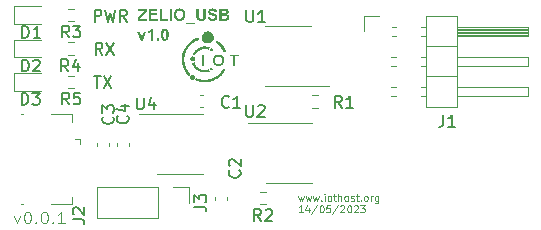
<source format=gbr>
%TF.GenerationSoftware,KiCad,Pcbnew,7.0.2*%
%TF.CreationDate,2023-06-02T20:19:36-04:00*%
%TF.ProjectId,Zaelio_USB_YHP,5a61656c-696f-45f5-9553-425f5948502e,rev?*%
%TF.SameCoordinates,Original*%
%TF.FileFunction,Legend,Top*%
%TF.FilePolarity,Positive*%
%FSLAX46Y46*%
G04 Gerber Fmt 4.6, Leading zero omitted, Abs format (unit mm)*
G04 Created by KiCad (PCBNEW 7.0.2) date 2023-06-02 20:19:36*
%MOMM*%
%LPD*%
G01*
G04 APERTURE LIST*
%ADD10C,0.150000*%
%ADD11C,0.125000*%
%ADD12C,0.200000*%
%ADD13C,0.100000*%
%ADD14C,0.120000*%
G04 APERTURE END LIST*
D10*
X118695238Y-53377619D02*
X119266666Y-53377619D01*
X118980952Y-54377619D02*
X118980952Y-53377619D01*
X119504762Y-53377619D02*
X120171428Y-54377619D01*
X120171428Y-53377619D02*
X119504762Y-54377619D01*
X118738095Y-48777619D02*
X118738095Y-47777619D01*
X118738095Y-47777619D02*
X119119047Y-47777619D01*
X119119047Y-47777619D02*
X119214285Y-47825238D01*
X119214285Y-47825238D02*
X119261904Y-47872857D01*
X119261904Y-47872857D02*
X119309523Y-47968095D01*
X119309523Y-47968095D02*
X119309523Y-48110952D01*
X119309523Y-48110952D02*
X119261904Y-48206190D01*
X119261904Y-48206190D02*
X119214285Y-48253809D01*
X119214285Y-48253809D02*
X119119047Y-48301428D01*
X119119047Y-48301428D02*
X118738095Y-48301428D01*
X119642857Y-47777619D02*
X119880952Y-48777619D01*
X119880952Y-48777619D02*
X120071428Y-48063333D01*
X120071428Y-48063333D02*
X120261904Y-48777619D01*
X120261904Y-48777619D02*
X120500000Y-47777619D01*
X121452380Y-48777619D02*
X121119047Y-48301428D01*
X120880952Y-48777619D02*
X120880952Y-47777619D01*
X120880952Y-47777619D02*
X121261904Y-47777619D01*
X121261904Y-47777619D02*
X121357142Y-47825238D01*
X121357142Y-47825238D02*
X121404761Y-47872857D01*
X121404761Y-47872857D02*
X121452380Y-47968095D01*
X121452380Y-47968095D02*
X121452380Y-48110952D01*
X121452380Y-48110952D02*
X121404761Y-48206190D01*
X121404761Y-48206190D02*
X121357142Y-48253809D01*
X121357142Y-48253809D02*
X121261904Y-48301428D01*
X121261904Y-48301428D02*
X120880952Y-48301428D01*
D11*
X135985714Y-63554571D02*
X136100000Y-63954571D01*
X136100000Y-63954571D02*
X136214285Y-63668857D01*
X136214285Y-63668857D02*
X136328571Y-63954571D01*
X136328571Y-63954571D02*
X136442857Y-63554571D01*
X136614285Y-63554571D02*
X136728571Y-63954571D01*
X136728571Y-63954571D02*
X136842856Y-63668857D01*
X136842856Y-63668857D02*
X136957142Y-63954571D01*
X136957142Y-63954571D02*
X137071428Y-63554571D01*
X137242856Y-63554571D02*
X137357142Y-63954571D01*
X137357142Y-63954571D02*
X137471427Y-63668857D01*
X137471427Y-63668857D02*
X137585713Y-63954571D01*
X137585713Y-63954571D02*
X137699999Y-63554571D01*
X137928570Y-63897428D02*
X137957141Y-63926000D01*
X137957141Y-63926000D02*
X137928570Y-63954571D01*
X137928570Y-63954571D02*
X137899998Y-63926000D01*
X137899998Y-63926000D02*
X137928570Y-63897428D01*
X137928570Y-63897428D02*
X137928570Y-63954571D01*
X138214284Y-63954571D02*
X138214284Y-63554571D01*
X138214284Y-63354571D02*
X138185712Y-63383142D01*
X138185712Y-63383142D02*
X138214284Y-63411714D01*
X138214284Y-63411714D02*
X138242855Y-63383142D01*
X138242855Y-63383142D02*
X138214284Y-63354571D01*
X138214284Y-63354571D02*
X138214284Y-63411714D01*
X138585712Y-63954571D02*
X138528569Y-63926000D01*
X138528569Y-63926000D02*
X138499998Y-63897428D01*
X138499998Y-63897428D02*
X138471426Y-63840285D01*
X138471426Y-63840285D02*
X138471426Y-63668857D01*
X138471426Y-63668857D02*
X138499998Y-63611714D01*
X138499998Y-63611714D02*
X138528569Y-63583142D01*
X138528569Y-63583142D02*
X138585712Y-63554571D01*
X138585712Y-63554571D02*
X138671426Y-63554571D01*
X138671426Y-63554571D02*
X138728569Y-63583142D01*
X138728569Y-63583142D02*
X138757141Y-63611714D01*
X138757141Y-63611714D02*
X138785712Y-63668857D01*
X138785712Y-63668857D02*
X138785712Y-63840285D01*
X138785712Y-63840285D02*
X138757141Y-63897428D01*
X138757141Y-63897428D02*
X138728569Y-63926000D01*
X138728569Y-63926000D02*
X138671426Y-63954571D01*
X138671426Y-63954571D02*
X138585712Y-63954571D01*
X138957140Y-63554571D02*
X139185712Y-63554571D01*
X139042855Y-63354571D02*
X139042855Y-63868857D01*
X139042855Y-63868857D02*
X139071426Y-63926000D01*
X139071426Y-63926000D02*
X139128569Y-63954571D01*
X139128569Y-63954571D02*
X139185712Y-63954571D01*
X139385712Y-63954571D02*
X139385712Y-63354571D01*
X139642855Y-63954571D02*
X139642855Y-63640285D01*
X139642855Y-63640285D02*
X139614283Y-63583142D01*
X139614283Y-63583142D02*
X139557140Y-63554571D01*
X139557140Y-63554571D02*
X139471426Y-63554571D01*
X139471426Y-63554571D02*
X139414283Y-63583142D01*
X139414283Y-63583142D02*
X139385712Y-63611714D01*
X140014283Y-63954571D02*
X139957140Y-63926000D01*
X139957140Y-63926000D02*
X139928569Y-63897428D01*
X139928569Y-63897428D02*
X139899997Y-63840285D01*
X139899997Y-63840285D02*
X139899997Y-63668857D01*
X139899997Y-63668857D02*
X139928569Y-63611714D01*
X139928569Y-63611714D02*
X139957140Y-63583142D01*
X139957140Y-63583142D02*
X140014283Y-63554571D01*
X140014283Y-63554571D02*
X140099997Y-63554571D01*
X140099997Y-63554571D02*
X140157140Y-63583142D01*
X140157140Y-63583142D02*
X140185712Y-63611714D01*
X140185712Y-63611714D02*
X140214283Y-63668857D01*
X140214283Y-63668857D02*
X140214283Y-63840285D01*
X140214283Y-63840285D02*
X140185712Y-63897428D01*
X140185712Y-63897428D02*
X140157140Y-63926000D01*
X140157140Y-63926000D02*
X140099997Y-63954571D01*
X140099997Y-63954571D02*
X140014283Y-63954571D01*
X140442854Y-63926000D02*
X140499997Y-63954571D01*
X140499997Y-63954571D02*
X140614283Y-63954571D01*
X140614283Y-63954571D02*
X140671426Y-63926000D01*
X140671426Y-63926000D02*
X140699997Y-63868857D01*
X140699997Y-63868857D02*
X140699997Y-63840285D01*
X140699997Y-63840285D02*
X140671426Y-63783142D01*
X140671426Y-63783142D02*
X140614283Y-63754571D01*
X140614283Y-63754571D02*
X140528569Y-63754571D01*
X140528569Y-63754571D02*
X140471426Y-63726000D01*
X140471426Y-63726000D02*
X140442854Y-63668857D01*
X140442854Y-63668857D02*
X140442854Y-63640285D01*
X140442854Y-63640285D02*
X140471426Y-63583142D01*
X140471426Y-63583142D02*
X140528569Y-63554571D01*
X140528569Y-63554571D02*
X140614283Y-63554571D01*
X140614283Y-63554571D02*
X140671426Y-63583142D01*
X140871425Y-63554571D02*
X141099997Y-63554571D01*
X140957140Y-63354571D02*
X140957140Y-63868857D01*
X140957140Y-63868857D02*
X140985711Y-63926000D01*
X140985711Y-63926000D02*
X141042854Y-63954571D01*
X141042854Y-63954571D02*
X141099997Y-63954571D01*
X141299997Y-63897428D02*
X141328568Y-63926000D01*
X141328568Y-63926000D02*
X141299997Y-63954571D01*
X141299997Y-63954571D02*
X141271425Y-63926000D01*
X141271425Y-63926000D02*
X141299997Y-63897428D01*
X141299997Y-63897428D02*
X141299997Y-63954571D01*
X141671425Y-63954571D02*
X141614282Y-63926000D01*
X141614282Y-63926000D02*
X141585711Y-63897428D01*
X141585711Y-63897428D02*
X141557139Y-63840285D01*
X141557139Y-63840285D02*
X141557139Y-63668857D01*
X141557139Y-63668857D02*
X141585711Y-63611714D01*
X141585711Y-63611714D02*
X141614282Y-63583142D01*
X141614282Y-63583142D02*
X141671425Y-63554571D01*
X141671425Y-63554571D02*
X141757139Y-63554571D01*
X141757139Y-63554571D02*
X141814282Y-63583142D01*
X141814282Y-63583142D02*
X141842854Y-63611714D01*
X141842854Y-63611714D02*
X141871425Y-63668857D01*
X141871425Y-63668857D02*
X141871425Y-63840285D01*
X141871425Y-63840285D02*
X141842854Y-63897428D01*
X141842854Y-63897428D02*
X141814282Y-63926000D01*
X141814282Y-63926000D02*
X141757139Y-63954571D01*
X141757139Y-63954571D02*
X141671425Y-63954571D01*
X142128568Y-63954571D02*
X142128568Y-63554571D01*
X142128568Y-63668857D02*
X142157139Y-63611714D01*
X142157139Y-63611714D02*
X142185711Y-63583142D01*
X142185711Y-63583142D02*
X142242853Y-63554571D01*
X142242853Y-63554571D02*
X142299996Y-63554571D01*
X142757140Y-63554571D02*
X142757140Y-64040285D01*
X142757140Y-64040285D02*
X142728568Y-64097428D01*
X142728568Y-64097428D02*
X142699997Y-64126000D01*
X142699997Y-64126000D02*
X142642854Y-64154571D01*
X142642854Y-64154571D02*
X142557140Y-64154571D01*
X142557140Y-64154571D02*
X142499997Y-64126000D01*
X142757140Y-63926000D02*
X142699997Y-63954571D01*
X142699997Y-63954571D02*
X142585711Y-63954571D01*
X142585711Y-63954571D02*
X142528568Y-63926000D01*
X142528568Y-63926000D02*
X142499997Y-63897428D01*
X142499997Y-63897428D02*
X142471425Y-63840285D01*
X142471425Y-63840285D02*
X142471425Y-63668857D01*
X142471425Y-63668857D02*
X142499997Y-63611714D01*
X142499997Y-63611714D02*
X142528568Y-63583142D01*
X142528568Y-63583142D02*
X142585711Y-63554571D01*
X142585711Y-63554571D02*
X142699997Y-63554571D01*
X142699997Y-63554571D02*
X142757140Y-63583142D01*
X136357142Y-64926571D02*
X136014285Y-64926571D01*
X136185714Y-64926571D02*
X136185714Y-64326571D01*
X136185714Y-64326571D02*
X136128571Y-64412285D01*
X136128571Y-64412285D02*
X136071428Y-64469428D01*
X136071428Y-64469428D02*
X136014285Y-64498000D01*
X136871429Y-64526571D02*
X136871429Y-64926571D01*
X136728571Y-64298000D02*
X136585714Y-64726571D01*
X136585714Y-64726571D02*
X136957143Y-64726571D01*
X137614286Y-64298000D02*
X137100000Y-65069428D01*
X137928571Y-64326571D02*
X137985714Y-64326571D01*
X137985714Y-64326571D02*
X138042857Y-64355142D01*
X138042857Y-64355142D02*
X138071429Y-64383714D01*
X138071429Y-64383714D02*
X138100000Y-64440857D01*
X138100000Y-64440857D02*
X138128571Y-64555142D01*
X138128571Y-64555142D02*
X138128571Y-64698000D01*
X138128571Y-64698000D02*
X138100000Y-64812285D01*
X138100000Y-64812285D02*
X138071429Y-64869428D01*
X138071429Y-64869428D02*
X138042857Y-64898000D01*
X138042857Y-64898000D02*
X137985714Y-64926571D01*
X137985714Y-64926571D02*
X137928571Y-64926571D01*
X137928571Y-64926571D02*
X137871429Y-64898000D01*
X137871429Y-64898000D02*
X137842857Y-64869428D01*
X137842857Y-64869428D02*
X137814286Y-64812285D01*
X137814286Y-64812285D02*
X137785714Y-64698000D01*
X137785714Y-64698000D02*
X137785714Y-64555142D01*
X137785714Y-64555142D02*
X137814286Y-64440857D01*
X137814286Y-64440857D02*
X137842857Y-64383714D01*
X137842857Y-64383714D02*
X137871429Y-64355142D01*
X137871429Y-64355142D02*
X137928571Y-64326571D01*
X138671429Y-64326571D02*
X138385715Y-64326571D01*
X138385715Y-64326571D02*
X138357143Y-64612285D01*
X138357143Y-64612285D02*
X138385715Y-64583714D01*
X138385715Y-64583714D02*
X138442858Y-64555142D01*
X138442858Y-64555142D02*
X138585715Y-64555142D01*
X138585715Y-64555142D02*
X138642858Y-64583714D01*
X138642858Y-64583714D02*
X138671429Y-64612285D01*
X138671429Y-64612285D02*
X138700000Y-64669428D01*
X138700000Y-64669428D02*
X138700000Y-64812285D01*
X138700000Y-64812285D02*
X138671429Y-64869428D01*
X138671429Y-64869428D02*
X138642858Y-64898000D01*
X138642858Y-64898000D02*
X138585715Y-64926571D01*
X138585715Y-64926571D02*
X138442858Y-64926571D01*
X138442858Y-64926571D02*
X138385715Y-64898000D01*
X138385715Y-64898000D02*
X138357143Y-64869428D01*
X139385715Y-64298000D02*
X138871429Y-65069428D01*
X139557143Y-64383714D02*
X139585715Y-64355142D01*
X139585715Y-64355142D02*
X139642858Y-64326571D01*
X139642858Y-64326571D02*
X139785715Y-64326571D01*
X139785715Y-64326571D02*
X139842858Y-64355142D01*
X139842858Y-64355142D02*
X139871429Y-64383714D01*
X139871429Y-64383714D02*
X139900000Y-64440857D01*
X139900000Y-64440857D02*
X139900000Y-64498000D01*
X139900000Y-64498000D02*
X139871429Y-64583714D01*
X139871429Y-64583714D02*
X139528572Y-64926571D01*
X139528572Y-64926571D02*
X139900000Y-64926571D01*
X140271429Y-64326571D02*
X140328572Y-64326571D01*
X140328572Y-64326571D02*
X140385715Y-64355142D01*
X140385715Y-64355142D02*
X140414287Y-64383714D01*
X140414287Y-64383714D02*
X140442858Y-64440857D01*
X140442858Y-64440857D02*
X140471429Y-64555142D01*
X140471429Y-64555142D02*
X140471429Y-64698000D01*
X140471429Y-64698000D02*
X140442858Y-64812285D01*
X140442858Y-64812285D02*
X140414287Y-64869428D01*
X140414287Y-64869428D02*
X140385715Y-64898000D01*
X140385715Y-64898000D02*
X140328572Y-64926571D01*
X140328572Y-64926571D02*
X140271429Y-64926571D01*
X140271429Y-64926571D02*
X140214287Y-64898000D01*
X140214287Y-64898000D02*
X140185715Y-64869428D01*
X140185715Y-64869428D02*
X140157144Y-64812285D01*
X140157144Y-64812285D02*
X140128572Y-64698000D01*
X140128572Y-64698000D02*
X140128572Y-64555142D01*
X140128572Y-64555142D02*
X140157144Y-64440857D01*
X140157144Y-64440857D02*
X140185715Y-64383714D01*
X140185715Y-64383714D02*
X140214287Y-64355142D01*
X140214287Y-64355142D02*
X140271429Y-64326571D01*
X140700001Y-64383714D02*
X140728573Y-64355142D01*
X140728573Y-64355142D02*
X140785716Y-64326571D01*
X140785716Y-64326571D02*
X140928573Y-64326571D01*
X140928573Y-64326571D02*
X140985716Y-64355142D01*
X140985716Y-64355142D02*
X141014287Y-64383714D01*
X141014287Y-64383714D02*
X141042858Y-64440857D01*
X141042858Y-64440857D02*
X141042858Y-64498000D01*
X141042858Y-64498000D02*
X141014287Y-64583714D01*
X141014287Y-64583714D02*
X140671430Y-64926571D01*
X140671430Y-64926571D02*
X141042858Y-64926571D01*
X141242859Y-64326571D02*
X141614287Y-64326571D01*
X141614287Y-64326571D02*
X141414287Y-64555142D01*
X141414287Y-64555142D02*
X141500002Y-64555142D01*
X141500002Y-64555142D02*
X141557145Y-64583714D01*
X141557145Y-64583714D02*
X141585716Y-64612285D01*
X141585716Y-64612285D02*
X141614287Y-64669428D01*
X141614287Y-64669428D02*
X141614287Y-64812285D01*
X141614287Y-64812285D02*
X141585716Y-64869428D01*
X141585716Y-64869428D02*
X141557145Y-64898000D01*
X141557145Y-64898000D02*
X141500002Y-64926571D01*
X141500002Y-64926571D02*
X141328573Y-64926571D01*
X141328573Y-64926571D02*
X141271430Y-64898000D01*
X141271430Y-64898000D02*
X141242859Y-64869428D01*
D10*
X119409523Y-51577619D02*
X119076190Y-51101428D01*
X118838095Y-51577619D02*
X118838095Y-50577619D01*
X118838095Y-50577619D02*
X119219047Y-50577619D01*
X119219047Y-50577619D02*
X119314285Y-50625238D01*
X119314285Y-50625238D02*
X119361904Y-50672857D01*
X119361904Y-50672857D02*
X119409523Y-50768095D01*
X119409523Y-50768095D02*
X119409523Y-50910952D01*
X119409523Y-50910952D02*
X119361904Y-51006190D01*
X119361904Y-51006190D02*
X119314285Y-51053809D01*
X119314285Y-51053809D02*
X119219047Y-51101428D01*
X119219047Y-51101428D02*
X118838095Y-51101428D01*
X119742857Y-50577619D02*
X120409523Y-51577619D01*
X120409523Y-50577619D02*
X119742857Y-51577619D01*
D12*
G36*
X122375143Y-48700000D02*
G01*
X122375143Y-48512421D01*
X122904173Y-47855896D01*
X122434982Y-47855896D01*
X122434982Y-47683949D01*
X123171863Y-47683949D01*
X123171863Y-47855896D01*
X122620362Y-48528053D01*
X123193356Y-48528053D01*
X123193356Y-48700000D01*
X122375143Y-48700000D01*
G37*
G36*
X123317187Y-48700000D02*
G01*
X123317187Y-47683949D01*
X124063838Y-47683949D01*
X124063838Y-47855896D01*
X123520642Y-47855896D01*
X123520642Y-48074738D01*
X124026224Y-48074738D01*
X124026224Y-48246685D01*
X123520642Y-48246685D01*
X123520642Y-48528053D01*
X124083133Y-48528053D01*
X124083133Y-48700000D01*
X123317187Y-48700000D01*
G37*
G36*
X124255812Y-48700000D02*
G01*
X124255812Y-47683949D01*
X124459023Y-47683949D01*
X124459023Y-48528053D01*
X124964605Y-48528053D01*
X124964605Y-48700000D01*
X124255812Y-48700000D01*
G37*
G36*
X125098939Y-48700000D02*
G01*
X125098939Y-47683949D01*
X125302149Y-47683949D01*
X125302149Y-48700000D01*
X125098939Y-48700000D01*
G37*
G36*
X125953457Y-47668453D02*
G01*
X125967118Y-47668861D01*
X125980605Y-47669539D01*
X125993917Y-47670489D01*
X126007055Y-47671711D01*
X126020020Y-47673204D01*
X126032810Y-47674968D01*
X126045426Y-47677004D01*
X126057867Y-47679311D01*
X126070135Y-47681889D01*
X126082229Y-47684739D01*
X126094148Y-47687861D01*
X126105894Y-47691254D01*
X126117465Y-47694918D01*
X126128862Y-47698854D01*
X126140085Y-47703061D01*
X126151134Y-47707540D01*
X126162009Y-47712290D01*
X126172709Y-47717312D01*
X126183236Y-47722605D01*
X126193588Y-47728169D01*
X126203767Y-47734005D01*
X126213771Y-47740112D01*
X126223601Y-47746491D01*
X126233257Y-47753141D01*
X126242739Y-47760062D01*
X126252046Y-47767255D01*
X126261180Y-47774720D01*
X126270139Y-47782456D01*
X126278925Y-47790463D01*
X126287536Y-47798742D01*
X126295973Y-47807292D01*
X126304193Y-47816069D01*
X126312151Y-47825058D01*
X126319849Y-47834259D01*
X126327286Y-47843673D01*
X126334462Y-47853299D01*
X126341376Y-47863137D01*
X126348030Y-47873187D01*
X126354423Y-47883450D01*
X126360555Y-47893925D01*
X126366427Y-47904612D01*
X126372037Y-47915512D01*
X126377386Y-47926624D01*
X126382474Y-47937948D01*
X126387302Y-47949484D01*
X126391868Y-47961233D01*
X126396174Y-47973194D01*
X126400218Y-47985367D01*
X126404002Y-47997753D01*
X126407524Y-48010350D01*
X126410786Y-48023161D01*
X126413787Y-48036183D01*
X126416527Y-48049418D01*
X126419006Y-48062865D01*
X126421224Y-48076524D01*
X126423181Y-48090395D01*
X126424877Y-48104479D01*
X126426312Y-48118775D01*
X126427486Y-48133284D01*
X126428400Y-48148004D01*
X126429052Y-48162937D01*
X126429443Y-48178082D01*
X126429574Y-48193440D01*
X126429444Y-48208662D01*
X126429056Y-48223675D01*
X126428408Y-48238480D01*
X126427502Y-48253077D01*
X126426336Y-48267465D01*
X126424911Y-48281645D01*
X126423228Y-48295616D01*
X126421285Y-48309379D01*
X126419083Y-48322933D01*
X126416622Y-48336279D01*
X126413902Y-48349416D01*
X126410924Y-48362345D01*
X126407686Y-48375066D01*
X126404189Y-48387578D01*
X126400433Y-48399881D01*
X126396418Y-48411976D01*
X126392144Y-48423863D01*
X126387611Y-48435541D01*
X126382819Y-48447010D01*
X126377768Y-48458272D01*
X126372457Y-48469324D01*
X126366888Y-48480169D01*
X126361060Y-48490804D01*
X126354973Y-48501232D01*
X126348627Y-48511450D01*
X126342021Y-48521461D01*
X126335157Y-48531263D01*
X126328034Y-48540856D01*
X126320651Y-48550241D01*
X126313010Y-48559418D01*
X126305109Y-48568386D01*
X126296950Y-48577145D01*
X126288574Y-48585665D01*
X126280024Y-48593915D01*
X126271299Y-48601894D01*
X126262401Y-48609603D01*
X126253329Y-48617041D01*
X126244082Y-48624209D01*
X126234661Y-48631106D01*
X126225066Y-48637733D01*
X126215297Y-48644089D01*
X126205354Y-48650175D01*
X126195237Y-48655990D01*
X126184946Y-48661535D01*
X126174480Y-48666809D01*
X126163840Y-48671813D01*
X126153027Y-48676547D01*
X126142039Y-48681010D01*
X126130877Y-48685202D01*
X126119541Y-48689124D01*
X126108031Y-48692775D01*
X126096346Y-48696156D01*
X126084488Y-48699267D01*
X126072455Y-48702107D01*
X126060249Y-48704677D01*
X126047868Y-48706976D01*
X126035313Y-48709004D01*
X126022584Y-48710762D01*
X126009681Y-48712250D01*
X125996604Y-48713467D01*
X125983352Y-48714414D01*
X125969927Y-48715090D01*
X125956327Y-48715496D01*
X125942554Y-48715631D01*
X125928600Y-48715497D01*
X125914825Y-48715093D01*
X125901231Y-48714420D01*
X125887816Y-48713479D01*
X125874582Y-48712268D01*
X125861527Y-48710788D01*
X125848652Y-48709039D01*
X125835957Y-48707021D01*
X125823442Y-48704735D01*
X125811106Y-48702179D01*
X125798950Y-48699354D01*
X125786975Y-48696260D01*
X125775179Y-48692896D01*
X125763563Y-48689264D01*
X125752126Y-48685363D01*
X125740870Y-48681193D01*
X125729793Y-48676753D01*
X125718897Y-48672045D01*
X125708180Y-48667068D01*
X125697643Y-48661821D01*
X125687286Y-48656306D01*
X125677108Y-48650521D01*
X125667111Y-48644468D01*
X125657293Y-48638145D01*
X125647655Y-48631553D01*
X125638197Y-48624693D01*
X125628919Y-48617563D01*
X125619821Y-48610164D01*
X125610903Y-48602496D01*
X125602164Y-48594559D01*
X125593605Y-48586353D01*
X125585226Y-48577878D01*
X125577067Y-48569152D01*
X125569166Y-48560223D01*
X125561525Y-48551091D01*
X125554143Y-48541757D01*
X125547019Y-48532220D01*
X125540155Y-48522480D01*
X125533550Y-48512537D01*
X125527203Y-48502392D01*
X125521116Y-48492044D01*
X125515288Y-48481493D01*
X125509719Y-48470739D01*
X125504409Y-48459783D01*
X125499358Y-48448624D01*
X125494565Y-48437262D01*
X125490032Y-48425697D01*
X125485758Y-48413930D01*
X125481743Y-48401960D01*
X125477987Y-48389787D01*
X125474491Y-48377412D01*
X125471253Y-48364833D01*
X125468274Y-48352052D01*
X125465554Y-48339069D01*
X125463093Y-48325882D01*
X125460891Y-48312493D01*
X125458949Y-48298901D01*
X125457265Y-48285106D01*
X125455840Y-48271109D01*
X125454675Y-48256909D01*
X125453768Y-48242506D01*
X125453120Y-48227900D01*
X125452732Y-48213092D01*
X125452602Y-48198080D01*
X125452666Y-48191242D01*
X125662163Y-48191242D01*
X125662240Y-48201998D01*
X125662471Y-48212591D01*
X125662856Y-48223020D01*
X125663395Y-48233286D01*
X125664089Y-48243388D01*
X125664936Y-48253326D01*
X125665938Y-48263101D01*
X125668403Y-48282159D01*
X125671485Y-48300563D01*
X125675183Y-48318313D01*
X125679497Y-48335408D01*
X125684428Y-48351849D01*
X125689975Y-48367635D01*
X125696138Y-48382766D01*
X125702918Y-48397244D01*
X125710314Y-48411066D01*
X125718326Y-48424234D01*
X125726955Y-48436748D01*
X125736200Y-48448607D01*
X125741053Y-48454291D01*
X125751111Y-48465116D01*
X125761501Y-48475243D01*
X125772223Y-48484671D01*
X125783277Y-48493401D01*
X125794663Y-48501432D01*
X125806381Y-48508765D01*
X125818431Y-48515400D01*
X125830812Y-48521336D01*
X125843526Y-48526574D01*
X125856572Y-48531113D01*
X125869950Y-48534954D01*
X125883661Y-48538097D01*
X125897703Y-48540541D01*
X125912077Y-48542287D01*
X125926783Y-48543335D01*
X125941821Y-48543684D01*
X125956854Y-48543338D01*
X125971546Y-48542299D01*
X125985896Y-48540567D01*
X125999905Y-48538143D01*
X126013572Y-48535026D01*
X126026898Y-48531216D01*
X126039881Y-48526714D01*
X126052524Y-48521519D01*
X126064825Y-48515631D01*
X126076784Y-48509051D01*
X126088402Y-48501778D01*
X126099678Y-48493813D01*
X126110613Y-48485155D01*
X126121206Y-48475804D01*
X126131457Y-48465760D01*
X126141367Y-48455024D01*
X126150802Y-48443565D01*
X126159628Y-48431413D01*
X126167846Y-48418568D01*
X126175454Y-48405030D01*
X126182454Y-48390800D01*
X126188846Y-48375878D01*
X126194628Y-48360262D01*
X126199802Y-48343954D01*
X126204368Y-48326954D01*
X126208324Y-48309261D01*
X126211672Y-48290875D01*
X126214411Y-48271796D01*
X126215552Y-48261997D01*
X126216542Y-48252025D01*
X126217379Y-48241879D01*
X126218063Y-48231561D01*
X126218596Y-48221069D01*
X126218976Y-48210404D01*
X126219205Y-48199566D01*
X126219281Y-48188555D01*
X126219207Y-48177667D01*
X126218984Y-48166953D01*
X126218613Y-48156414D01*
X126218094Y-48146049D01*
X126217426Y-48135859D01*
X126216610Y-48125844D01*
X126215646Y-48116003D01*
X126213272Y-48096845D01*
X126210305Y-48078386D01*
X126206744Y-48060625D01*
X126202590Y-48043562D01*
X126197843Y-48027198D01*
X126192502Y-48011532D01*
X126186568Y-47996564D01*
X126180040Y-47982295D01*
X126172919Y-47968724D01*
X126165204Y-47955852D01*
X126156896Y-47943678D01*
X126147994Y-47932203D01*
X126143321Y-47926727D01*
X126133633Y-47916257D01*
X126123557Y-47906462D01*
X126113093Y-47897343D01*
X126102243Y-47888900D01*
X126091005Y-47881131D01*
X126079379Y-47874039D01*
X126067366Y-47867622D01*
X126054966Y-47861880D01*
X126042179Y-47856814D01*
X126029004Y-47852423D01*
X126015442Y-47848708D01*
X126001492Y-47845669D01*
X125987156Y-47843304D01*
X125972431Y-47841616D01*
X125957320Y-47840602D01*
X125941821Y-47840265D01*
X125926289Y-47840606D01*
X125911138Y-47841631D01*
X125896369Y-47843339D01*
X125881981Y-47845730D01*
X125867976Y-47848804D01*
X125854351Y-47852561D01*
X125841109Y-47857001D01*
X125828248Y-47862124D01*
X125815769Y-47867931D01*
X125803671Y-47874421D01*
X125791955Y-47881593D01*
X125780621Y-47889449D01*
X125769668Y-47897988D01*
X125759097Y-47907210D01*
X125748907Y-47917115D01*
X125739099Y-47927704D01*
X125729783Y-47938980D01*
X125721067Y-47950949D01*
X125712953Y-47963610D01*
X125705440Y-47976964D01*
X125698527Y-47991011D01*
X125692216Y-48005751D01*
X125686506Y-48021183D01*
X125681397Y-48037308D01*
X125676889Y-48054125D01*
X125672982Y-48071635D01*
X125669676Y-48089838D01*
X125666971Y-48108733D01*
X125665844Y-48118441D01*
X125664868Y-48128321D01*
X125664041Y-48138375D01*
X125663365Y-48148602D01*
X125662839Y-48159002D01*
X125662463Y-48169576D01*
X125662238Y-48180322D01*
X125662163Y-48191242D01*
X125452666Y-48191242D01*
X125452782Y-48178948D01*
X125453320Y-48160204D01*
X125454217Y-48141846D01*
X125455472Y-48123876D01*
X125457087Y-48106294D01*
X125459060Y-48089099D01*
X125461391Y-48072291D01*
X125464082Y-48055870D01*
X125467131Y-48039837D01*
X125470539Y-48024191D01*
X125474306Y-48008932D01*
X125478431Y-47994061D01*
X125482915Y-47979578D01*
X125487758Y-47965481D01*
X125492960Y-47951772D01*
X125498520Y-47938450D01*
X125502922Y-47928835D01*
X125507519Y-47919346D01*
X125512310Y-47909983D01*
X125517296Y-47900745D01*
X125522477Y-47891634D01*
X125527852Y-47882648D01*
X125533422Y-47873789D01*
X125539187Y-47865055D01*
X125545146Y-47856448D01*
X125551299Y-47847966D01*
X125557648Y-47839610D01*
X125564191Y-47831380D01*
X125570929Y-47823276D01*
X125577861Y-47815298D01*
X125584988Y-47807446D01*
X125592309Y-47799720D01*
X125599802Y-47792151D01*
X125607380Y-47784829D01*
X125615044Y-47777756D01*
X125622794Y-47770930D01*
X125630630Y-47764353D01*
X125638551Y-47758024D01*
X125646559Y-47751942D01*
X125654652Y-47746109D01*
X125662832Y-47740524D01*
X125671097Y-47735187D01*
X125679448Y-47730098D01*
X125692135Y-47722929D01*
X125705016Y-47716319D01*
X125718090Y-47710267D01*
X125722491Y-47708374D01*
X125734387Y-47703523D01*
X125746507Y-47698985D01*
X125758850Y-47694761D01*
X125771416Y-47690849D01*
X125784205Y-47687250D01*
X125797218Y-47683965D01*
X125810454Y-47680992D01*
X125823913Y-47678332D01*
X125837595Y-47675985D01*
X125851501Y-47673951D01*
X125865629Y-47672229D01*
X125879982Y-47670821D01*
X125894557Y-47669726D01*
X125909356Y-47668944D01*
X125924378Y-47668474D01*
X125939623Y-47668318D01*
X125953457Y-47668453D01*
G37*
G36*
X126466943Y-48981367D02*
G01*
X126466943Y-48856315D01*
X127269281Y-48856315D01*
X127269281Y-48981367D01*
X126466943Y-48981367D01*
G37*
G36*
X127359406Y-47683949D02*
G01*
X127562861Y-47683949D01*
X127562861Y-48235450D01*
X127562890Y-48251484D01*
X127562979Y-48266797D01*
X127563127Y-48281388D01*
X127563334Y-48295259D01*
X127563600Y-48308408D01*
X127563925Y-48320835D01*
X127564310Y-48332542D01*
X127564754Y-48343527D01*
X127565256Y-48353791D01*
X127566121Y-48367834D01*
X127567120Y-48380255D01*
X127568251Y-48391053D01*
X127569966Y-48402925D01*
X127570432Y-48405443D01*
X127573177Y-48416949D01*
X127576557Y-48428023D01*
X127580573Y-48438662D01*
X127585224Y-48448868D01*
X127590511Y-48458641D01*
X127596433Y-48467979D01*
X127602990Y-48476884D01*
X127610183Y-48485356D01*
X127618011Y-48493394D01*
X127626474Y-48500998D01*
X127632470Y-48505826D01*
X127642034Y-48512592D01*
X127652225Y-48518692D01*
X127663043Y-48524127D01*
X127674487Y-48528896D01*
X127686559Y-48533000D01*
X127699257Y-48536438D01*
X127712582Y-48539211D01*
X127726534Y-48541318D01*
X127741113Y-48542760D01*
X127751180Y-48543351D01*
X127761526Y-48543647D01*
X127766803Y-48543684D01*
X127777475Y-48543545D01*
X127787812Y-48543127D01*
X127797816Y-48542430D01*
X127812195Y-48540863D01*
X127825822Y-48538669D01*
X127838699Y-48535849D01*
X127850824Y-48532401D01*
X127862198Y-48528327D01*
X127872820Y-48523626D01*
X127882691Y-48518298D01*
X127891811Y-48512343D01*
X127897473Y-48508025D01*
X127905407Y-48501151D01*
X127912723Y-48493994D01*
X127919421Y-48486554D01*
X127925500Y-48478830D01*
X127932644Y-48468091D01*
X127938689Y-48456848D01*
X127943635Y-48445102D01*
X127947482Y-48432851D01*
X127950230Y-48420097D01*
X127951845Y-48409737D01*
X127953301Y-48398167D01*
X127954598Y-48385386D01*
X127955737Y-48371394D01*
X127956407Y-48361393D01*
X127957008Y-48350854D01*
X127957537Y-48339778D01*
X127957996Y-48328163D01*
X127958384Y-48316010D01*
X127958702Y-48303319D01*
X127958949Y-48290089D01*
X127959126Y-48276322D01*
X127959231Y-48262017D01*
X127959267Y-48247173D01*
X127959267Y-47683949D01*
X128162477Y-47683949D01*
X128162477Y-48216643D01*
X128162461Y-48227957D01*
X128162412Y-48239061D01*
X128162331Y-48249956D01*
X128162217Y-48260641D01*
X128162071Y-48271117D01*
X128161893Y-48281383D01*
X128161682Y-48291441D01*
X128161439Y-48301288D01*
X128160855Y-48320355D01*
X128160141Y-48338585D01*
X128159298Y-48355977D01*
X128158325Y-48372531D01*
X128157222Y-48388247D01*
X128155989Y-48403126D01*
X128154627Y-48417167D01*
X128153135Y-48430371D01*
X128151513Y-48442736D01*
X128149761Y-48454264D01*
X128147879Y-48464955D01*
X128145868Y-48474808D01*
X128142553Y-48488752D01*
X128138744Y-48502285D01*
X128134442Y-48515405D01*
X128129645Y-48528114D01*
X128124355Y-48540410D01*
X128118571Y-48552294D01*
X128112294Y-48563765D01*
X128105522Y-48574825D01*
X128098257Y-48585473D01*
X128090499Y-48595708D01*
X128085052Y-48602302D01*
X128076499Y-48611826D01*
X128067418Y-48620981D01*
X128057809Y-48629767D01*
X128047671Y-48638183D01*
X128037006Y-48646230D01*
X128025812Y-48653908D01*
X128014091Y-48661217D01*
X128001841Y-48668156D01*
X127989064Y-48674727D01*
X127975758Y-48680928D01*
X127966594Y-48684856D01*
X127957165Y-48688583D01*
X127947379Y-48692069D01*
X127937236Y-48695315D01*
X127926737Y-48698320D01*
X127915880Y-48701085D01*
X127904667Y-48703610D01*
X127893097Y-48705894D01*
X127881170Y-48707937D01*
X127868886Y-48709741D01*
X127856246Y-48711303D01*
X127843249Y-48712626D01*
X127829894Y-48713708D01*
X127816183Y-48714549D01*
X127802116Y-48715150D01*
X127787691Y-48715511D01*
X127772909Y-48715631D01*
X127755168Y-48715500D01*
X127737967Y-48715108D01*
X127721309Y-48714455D01*
X127705193Y-48713540D01*
X127689619Y-48712363D01*
X127674586Y-48710926D01*
X127660096Y-48709226D01*
X127646147Y-48707266D01*
X127632741Y-48705044D01*
X127619876Y-48702560D01*
X127607553Y-48699815D01*
X127595772Y-48696809D01*
X127584533Y-48693541D01*
X127573836Y-48690012D01*
X127563681Y-48686222D01*
X127554068Y-48682170D01*
X127544878Y-48677879D01*
X127535933Y-48673434D01*
X127527232Y-48668835D01*
X127514638Y-48661646D01*
X127502594Y-48654109D01*
X127491099Y-48646224D01*
X127480154Y-48637991D01*
X127469758Y-48629411D01*
X127459912Y-48620483D01*
X127450616Y-48611207D01*
X127441869Y-48601584D01*
X127436343Y-48594975D01*
X127428497Y-48584855D01*
X127421170Y-48574645D01*
X127414363Y-48564344D01*
X127408076Y-48553954D01*
X127402307Y-48543473D01*
X127397059Y-48532902D01*
X127392330Y-48522241D01*
X127388120Y-48511490D01*
X127384430Y-48500648D01*
X127381259Y-48489717D01*
X127379434Y-48482379D01*
X127377009Y-48471155D01*
X127374740Y-48459283D01*
X127372628Y-48446762D01*
X127370672Y-48433592D01*
X127368873Y-48419773D01*
X127367230Y-48405305D01*
X127365743Y-48390189D01*
X127364413Y-48374424D01*
X127363240Y-48358010D01*
X127362223Y-48340947D01*
X127361362Y-48323236D01*
X127360658Y-48304876D01*
X127360110Y-48285867D01*
X127359719Y-48266209D01*
X127359582Y-48256137D01*
X127359485Y-48245902D01*
X127359426Y-48235506D01*
X127359406Y-48224947D01*
X127359406Y-47683949D01*
G37*
G36*
X128319525Y-48371737D02*
G01*
X128517362Y-48356106D01*
X128519734Y-48367995D01*
X128522392Y-48379484D01*
X128525336Y-48390572D01*
X128528566Y-48401260D01*
X128532083Y-48411547D01*
X128535886Y-48421433D01*
X128539975Y-48430918D01*
X128544351Y-48440003D01*
X128549012Y-48448687D01*
X128556541Y-48460962D01*
X128564714Y-48472335D01*
X128573531Y-48482806D01*
X128582992Y-48492376D01*
X128589658Y-48498255D01*
X128600251Y-48506374D01*
X128611513Y-48513694D01*
X128623446Y-48520215D01*
X128636048Y-48525938D01*
X128649321Y-48530863D01*
X128663262Y-48534989D01*
X128672929Y-48537296D01*
X128682893Y-48539248D01*
X128693155Y-48540845D01*
X128703715Y-48542087D01*
X128714573Y-48542974D01*
X128725728Y-48543507D01*
X128737180Y-48543684D01*
X128749265Y-48543525D01*
X128760971Y-48543047D01*
X128772300Y-48542250D01*
X128783251Y-48541135D01*
X128793824Y-48539701D01*
X128804019Y-48537948D01*
X128813836Y-48535877D01*
X128827854Y-48532172D01*
X128841022Y-48527751D01*
X128853339Y-48522613D01*
X128864807Y-48516757D01*
X128875424Y-48510185D01*
X128885191Y-48502896D01*
X128894096Y-48495082D01*
X128902124Y-48487027D01*
X128909277Y-48478733D01*
X128915554Y-48470198D01*
X128920955Y-48461422D01*
X128925480Y-48452406D01*
X128929129Y-48443150D01*
X128931903Y-48433653D01*
X128933801Y-48423915D01*
X128934822Y-48413938D01*
X128935017Y-48407152D01*
X128934504Y-48396418D01*
X128932966Y-48386196D01*
X128930402Y-48376487D01*
X128926812Y-48367291D01*
X128922197Y-48358608D01*
X128916556Y-48350437D01*
X128914012Y-48347313D01*
X128906691Y-48339759D01*
X128897855Y-48332515D01*
X128889696Y-48326943D01*
X128880567Y-48321570D01*
X128870469Y-48316395D01*
X128859402Y-48311419D01*
X128847365Y-48306641D01*
X128840983Y-48304326D01*
X128830584Y-48300838D01*
X128820916Y-48297811D01*
X128809647Y-48294432D01*
X128796776Y-48290701D01*
X128787306Y-48288019D01*
X128777124Y-48285179D01*
X128766231Y-48282183D01*
X128754625Y-48279031D01*
X128742308Y-48275722D01*
X128729279Y-48272257D01*
X128715539Y-48268636D01*
X128701086Y-48264857D01*
X128685922Y-48260923D01*
X128678073Y-48258897D01*
X128667956Y-48256269D01*
X128658029Y-48253606D01*
X128648293Y-48250907D01*
X128638747Y-48248173D01*
X128620225Y-48242599D01*
X128602465Y-48236885D01*
X128585466Y-48231028D01*
X128569229Y-48225031D01*
X128553753Y-48218893D01*
X128539038Y-48212613D01*
X128525085Y-48206192D01*
X128511893Y-48199630D01*
X128499462Y-48192927D01*
X128487793Y-48186082D01*
X128476885Y-48179096D01*
X128466739Y-48171969D01*
X128457353Y-48164701D01*
X128448729Y-48157292D01*
X128437490Y-48146645D01*
X128426977Y-48135711D01*
X128417188Y-48124488D01*
X128408124Y-48112977D01*
X128399785Y-48101178D01*
X128392172Y-48089091D01*
X128385284Y-48076716D01*
X128379120Y-48064052D01*
X128373682Y-48051101D01*
X128368969Y-48037861D01*
X128364981Y-48024333D01*
X128361718Y-48010517D01*
X128359180Y-47996413D01*
X128357367Y-47982021D01*
X128356280Y-47967341D01*
X128355917Y-47952372D01*
X128356299Y-47937897D01*
X128357446Y-47923598D01*
X128359356Y-47909475D01*
X128362031Y-47895528D01*
X128365470Y-47881758D01*
X128369673Y-47868163D01*
X128374640Y-47854744D01*
X128380372Y-47841501D01*
X128386868Y-47828434D01*
X128391623Y-47819821D01*
X128396718Y-47811286D01*
X128399392Y-47807048D01*
X128405007Y-47798687D01*
X128410921Y-47790580D01*
X128417135Y-47782727D01*
X128423649Y-47775128D01*
X128430462Y-47767783D01*
X128437574Y-47760691D01*
X128444987Y-47753853D01*
X128452698Y-47747269D01*
X128460710Y-47740939D01*
X128469021Y-47734862D01*
X128477631Y-47729040D01*
X128486541Y-47723471D01*
X128495751Y-47718156D01*
X128505260Y-47713094D01*
X128515069Y-47708287D01*
X128525177Y-47703733D01*
X128535598Y-47699444D01*
X128546282Y-47695432D01*
X128557229Y-47691697D01*
X128568439Y-47688239D01*
X128579913Y-47685057D01*
X128591650Y-47682152D01*
X128603650Y-47679523D01*
X128615914Y-47677172D01*
X128628441Y-47675096D01*
X128641231Y-47673298D01*
X128654285Y-47671776D01*
X128667602Y-47670531D01*
X128681182Y-47669563D01*
X128695025Y-47668871D01*
X128709132Y-47668456D01*
X128723503Y-47668318D01*
X128735257Y-47668401D01*
X128746828Y-47668651D01*
X128758216Y-47669067D01*
X128769420Y-47669650D01*
X128780442Y-47670399D01*
X128791280Y-47671314D01*
X128801935Y-47672397D01*
X128812407Y-47673645D01*
X128822696Y-47675060D01*
X128832801Y-47676642D01*
X128842724Y-47678390D01*
X128852463Y-47680305D01*
X128862019Y-47682386D01*
X128880581Y-47687047D01*
X128898411Y-47692375D01*
X128915508Y-47698368D01*
X128931872Y-47705028D01*
X128947504Y-47712353D01*
X128962403Y-47720345D01*
X128976569Y-47729002D01*
X128990002Y-47738325D01*
X129002703Y-47748314D01*
X129008778Y-47753558D01*
X129020421Y-47764436D01*
X129031352Y-47775758D01*
X129041571Y-47787524D01*
X129051078Y-47799736D01*
X129059874Y-47812391D01*
X129067958Y-47825492D01*
X129075330Y-47839037D01*
X129081990Y-47853026D01*
X129087939Y-47867461D01*
X129093176Y-47882339D01*
X129097701Y-47897663D01*
X129101514Y-47913431D01*
X129104616Y-47929643D01*
X129107006Y-47946300D01*
X129108684Y-47963402D01*
X129109651Y-47980949D01*
X128906196Y-47980949D01*
X128903505Y-47967261D01*
X128900286Y-47954316D01*
X128896538Y-47942113D01*
X128892263Y-47930654D01*
X128887459Y-47919937D01*
X128882128Y-47909963D01*
X128876268Y-47900731D01*
X128869880Y-47892243D01*
X128862965Y-47884497D01*
X128855521Y-47877494D01*
X128850265Y-47873237D01*
X128841827Y-47867345D01*
X128832633Y-47862032D01*
X128822684Y-47857298D01*
X128811980Y-47853145D01*
X128800519Y-47849570D01*
X128788303Y-47846576D01*
X128775332Y-47844161D01*
X128761605Y-47842325D01*
X128747122Y-47841070D01*
X128737047Y-47840554D01*
X128726636Y-47840297D01*
X128721304Y-47840265D01*
X128710401Y-47840404D01*
X128699796Y-47840822D01*
X128689488Y-47841518D01*
X128679478Y-47842493D01*
X128669765Y-47843747D01*
X128655755Y-47846150D01*
X128642414Y-47849180D01*
X128629743Y-47852836D01*
X128617742Y-47857119D01*
X128606410Y-47862029D01*
X128595748Y-47867566D01*
X128585756Y-47873730D01*
X128582575Y-47875924D01*
X128573287Y-47883480D01*
X128565573Y-47891800D01*
X128559433Y-47900883D01*
X128554868Y-47910729D01*
X128551877Y-47921338D01*
X128550460Y-47932711D01*
X128550334Y-47937473D01*
X128551074Y-47948143D01*
X128553292Y-47958325D01*
X128556989Y-47968017D01*
X128562165Y-47977220D01*
X128568820Y-47985934D01*
X128576953Y-47994160D01*
X128580621Y-47997313D01*
X128588779Y-48003307D01*
X128598873Y-48009383D01*
X128610904Y-48015540D01*
X128620000Y-48019690D01*
X128629956Y-48023877D01*
X128640774Y-48028100D01*
X128652452Y-48032359D01*
X128664990Y-48036654D01*
X128678389Y-48040985D01*
X128692649Y-48045353D01*
X128707769Y-48049757D01*
X128723750Y-48054197D01*
X128740591Y-48058674D01*
X128758293Y-48063187D01*
X128767466Y-48065457D01*
X128785726Y-48069981D01*
X128803382Y-48074516D01*
X128820432Y-48079064D01*
X128836877Y-48083622D01*
X128852718Y-48088192D01*
X128867953Y-48092774D01*
X128882584Y-48097367D01*
X128896610Y-48101971D01*
X128910031Y-48106587D01*
X128922847Y-48111214D01*
X128935058Y-48115853D01*
X128946664Y-48120503D01*
X128957666Y-48125164D01*
X128968062Y-48129837D01*
X128977854Y-48134522D01*
X128987041Y-48139218D01*
X128995804Y-48144027D01*
X129004325Y-48149053D01*
X129012603Y-48154293D01*
X129024567Y-48162559D01*
X129035985Y-48171309D01*
X129046858Y-48180545D01*
X129057185Y-48190266D01*
X129066967Y-48200472D01*
X129076205Y-48211163D01*
X129084896Y-48222339D01*
X129093043Y-48234000D01*
X129098171Y-48242044D01*
X129105373Y-48254540D01*
X129111867Y-48267572D01*
X129115802Y-48276559D01*
X129119423Y-48285784D01*
X129122729Y-48295247D01*
X129125720Y-48304949D01*
X129128396Y-48314890D01*
X129130758Y-48325069D01*
X129132804Y-48335486D01*
X129134536Y-48346142D01*
X129135952Y-48357037D01*
X129137054Y-48368170D01*
X129137842Y-48379541D01*
X129138314Y-48391152D01*
X129138471Y-48403000D01*
X129138283Y-48413826D01*
X129137719Y-48424566D01*
X129136780Y-48435220D01*
X129135464Y-48445788D01*
X129133772Y-48456271D01*
X129131705Y-48466667D01*
X129129262Y-48476978D01*
X129126442Y-48487203D01*
X129123247Y-48497342D01*
X129119676Y-48507395D01*
X129115729Y-48517362D01*
X129111406Y-48527243D01*
X129106707Y-48537039D01*
X129101633Y-48546749D01*
X129096182Y-48556372D01*
X129090355Y-48565910D01*
X129084185Y-48575252D01*
X129077704Y-48584289D01*
X129070912Y-48593021D01*
X129063809Y-48601448D01*
X129056395Y-48609569D01*
X129048670Y-48617384D01*
X129040634Y-48624895D01*
X129032287Y-48632100D01*
X129023628Y-48639000D01*
X129014659Y-48645594D01*
X129005379Y-48651884D01*
X128995788Y-48657868D01*
X128985885Y-48663546D01*
X128975672Y-48668920D01*
X128965148Y-48673988D01*
X128954312Y-48678750D01*
X128943152Y-48683216D01*
X128931655Y-48687394D01*
X128919820Y-48691284D01*
X128907646Y-48694886D01*
X128895136Y-48698199D01*
X128882287Y-48701225D01*
X128869101Y-48703962D01*
X128855577Y-48706411D01*
X128841715Y-48708572D01*
X128827516Y-48710445D01*
X128812979Y-48712029D01*
X128798104Y-48713326D01*
X128782891Y-48714334D01*
X128767340Y-48715055D01*
X128751452Y-48715487D01*
X128735226Y-48715631D01*
X128723376Y-48715545D01*
X128711698Y-48715289D01*
X128700193Y-48714860D01*
X128688862Y-48714261D01*
X128677704Y-48713490D01*
X128666719Y-48712548D01*
X128655907Y-48711435D01*
X128645269Y-48710151D01*
X128634803Y-48708695D01*
X128624511Y-48707068D01*
X128614392Y-48705270D01*
X128604446Y-48703301D01*
X128594673Y-48701160D01*
X128585073Y-48698848D01*
X128566393Y-48693710D01*
X128548406Y-48687888D01*
X128531112Y-48681380D01*
X128514510Y-48674187D01*
X128498601Y-48666309D01*
X128483384Y-48657746D01*
X128468860Y-48648499D01*
X128455029Y-48638566D01*
X128441891Y-48627948D01*
X128429420Y-48616643D01*
X128417592Y-48604710D01*
X128406408Y-48592150D01*
X128395866Y-48578962D01*
X128385968Y-48565146D01*
X128376712Y-48550702D01*
X128368100Y-48535631D01*
X128360130Y-48519931D01*
X128352804Y-48503604D01*
X128346121Y-48486650D01*
X128340080Y-48469067D01*
X128334683Y-48450857D01*
X128329929Y-48432018D01*
X128327793Y-48422364D01*
X128325818Y-48412552D01*
X128324004Y-48402584D01*
X128322350Y-48392459D01*
X128320857Y-48382176D01*
X128319525Y-48371737D01*
G37*
G36*
X129722005Y-47683989D02*
G01*
X129736221Y-47684110D01*
X129749963Y-47684310D01*
X129763229Y-47684590D01*
X129776020Y-47684951D01*
X129788337Y-47685392D01*
X129800178Y-47685913D01*
X129811543Y-47686514D01*
X129822434Y-47687195D01*
X129832850Y-47687956D01*
X129842790Y-47688798D01*
X129856810Y-47690210D01*
X129869761Y-47691803D01*
X129881643Y-47693576D01*
X129885366Y-47694207D01*
X129896293Y-47696280D01*
X129907001Y-47698744D01*
X129917491Y-47701598D01*
X129927761Y-47704843D01*
X129937812Y-47708479D01*
X129947645Y-47712506D01*
X129957258Y-47716923D01*
X129966653Y-47721731D01*
X129975829Y-47726929D01*
X129984785Y-47732518D01*
X129990635Y-47736461D01*
X129999198Y-47742650D01*
X130007487Y-47749216D01*
X130015502Y-47756159D01*
X130023241Y-47763481D01*
X130030706Y-47771180D01*
X130037896Y-47779257D01*
X130044811Y-47787712D01*
X130051451Y-47796545D01*
X130057817Y-47805756D01*
X130063907Y-47815344D01*
X130067815Y-47821946D01*
X130073359Y-47832046D01*
X130078357Y-47842377D01*
X130082810Y-47852940D01*
X130086717Y-47863735D01*
X130090080Y-47874762D01*
X130092897Y-47886020D01*
X130095169Y-47897511D01*
X130096895Y-47909233D01*
X130098077Y-47921187D01*
X130098713Y-47933373D01*
X130098834Y-47941625D01*
X130098499Y-47954986D01*
X130097495Y-47968141D01*
X130095820Y-47981090D01*
X130093476Y-47993832D01*
X130090462Y-48006369D01*
X130086778Y-48018699D01*
X130082425Y-48030824D01*
X130077402Y-48042742D01*
X130071709Y-48054454D01*
X130065346Y-48065960D01*
X130060732Y-48073517D01*
X130053350Y-48084518D01*
X130045491Y-48094992D01*
X130037155Y-48104937D01*
X130028343Y-48114355D01*
X130019055Y-48123244D01*
X130009290Y-48131605D01*
X129999048Y-48139439D01*
X129988329Y-48146744D01*
X129977135Y-48153521D01*
X129965463Y-48159770D01*
X129957418Y-48163642D01*
X129968760Y-48167148D01*
X129979770Y-48170950D01*
X129990445Y-48175048D01*
X130000786Y-48179442D01*
X130010793Y-48184131D01*
X130020467Y-48189116D01*
X130029806Y-48194397D01*
X130038811Y-48199973D01*
X130047483Y-48205846D01*
X130055821Y-48212014D01*
X130063824Y-48218478D01*
X130071494Y-48225237D01*
X130078830Y-48232293D01*
X130085832Y-48239644D01*
X130092500Y-48247291D01*
X130098834Y-48255233D01*
X130104838Y-48263413D01*
X130110455Y-48271769D01*
X130115684Y-48280303D01*
X130120526Y-48289015D01*
X130124981Y-48297904D01*
X130129048Y-48306971D01*
X130132728Y-48316215D01*
X130136020Y-48325636D01*
X130138925Y-48335235D01*
X130141443Y-48345012D01*
X130143573Y-48354965D01*
X130145317Y-48365097D01*
X130146672Y-48375406D01*
X130147641Y-48385892D01*
X130148222Y-48396555D01*
X130148415Y-48407397D01*
X130148134Y-48420279D01*
X130147291Y-48433096D01*
X130145884Y-48445850D01*
X130143916Y-48458539D01*
X130141385Y-48471163D01*
X130138292Y-48483723D01*
X130134636Y-48496219D01*
X130130418Y-48508650D01*
X130125637Y-48521017D01*
X130120294Y-48533320D01*
X130116420Y-48541486D01*
X130110216Y-48553438D01*
X130103605Y-48564930D01*
X130096587Y-48575963D01*
X130089160Y-48586537D01*
X130081325Y-48596652D01*
X130073083Y-48606307D01*
X130064432Y-48615502D01*
X130055374Y-48624238D01*
X130045908Y-48632515D01*
X130036034Y-48640333D01*
X130029225Y-48645289D01*
X130018648Y-48652309D01*
X130007615Y-48658805D01*
X129996128Y-48664777D01*
X129984185Y-48670225D01*
X129971787Y-48675149D01*
X129958934Y-48679550D01*
X129945627Y-48683427D01*
X129931864Y-48686780D01*
X129917646Y-48689609D01*
X129907914Y-48691204D01*
X129897980Y-48692567D01*
X129892937Y-48693161D01*
X129882150Y-48694134D01*
X129868837Y-48695038D01*
X129858560Y-48695603D01*
X129847161Y-48696137D01*
X129834640Y-48696641D01*
X129820996Y-48697114D01*
X129806231Y-48697557D01*
X129790344Y-48697969D01*
X129773335Y-48698351D01*
X129755204Y-48698702D01*
X129735950Y-48699023D01*
X129725903Y-48699171D01*
X129715575Y-48699313D01*
X129704967Y-48699446D01*
X129694078Y-48699572D01*
X129682909Y-48699690D01*
X129671459Y-48699801D01*
X129659728Y-48699904D01*
X129647718Y-48700000D01*
X129304801Y-48700000D01*
X129304801Y-48262316D01*
X129508011Y-48262316D01*
X129508011Y-48528053D01*
X129696322Y-48528053D01*
X129709747Y-48528029D01*
X129722544Y-48527957D01*
X129734713Y-48527838D01*
X129746254Y-48527671D01*
X129757168Y-48527456D01*
X129767454Y-48527194D01*
X129781706Y-48526711D01*
X129794545Y-48526121D01*
X129805971Y-48525423D01*
X129815986Y-48524618D01*
X129827141Y-48523378D01*
X129835785Y-48521946D01*
X129846875Y-48519565D01*
X129857431Y-48516451D01*
X129867452Y-48512604D01*
X129876939Y-48508025D01*
X129885893Y-48502712D01*
X129894311Y-48496667D01*
X129902196Y-48489890D01*
X129909546Y-48482379D01*
X129916244Y-48474166D01*
X129922048Y-48465282D01*
X129926960Y-48455726D01*
X129930978Y-48445498D01*
X129934104Y-48434599D01*
X129936336Y-48423028D01*
X129937676Y-48410785D01*
X129938122Y-48397871D01*
X129937779Y-48386911D01*
X129936748Y-48376378D01*
X129935031Y-48366272D01*
X129932627Y-48356594D01*
X129928656Y-48345097D01*
X129923611Y-48334269D01*
X129917493Y-48324108D01*
X129916140Y-48322156D01*
X129908794Y-48312804D01*
X129900494Y-48304286D01*
X129891239Y-48296603D01*
X129883149Y-48291058D01*
X129874447Y-48286047D01*
X129865136Y-48281571D01*
X129855213Y-48277629D01*
X129852637Y-48276727D01*
X129840734Y-48273349D01*
X129829808Y-48271112D01*
X129817170Y-48269127D01*
X129802818Y-48267397D01*
X129792298Y-48266383D01*
X129781017Y-48265483D01*
X129768975Y-48264695D01*
X129756171Y-48264019D01*
X129742606Y-48263456D01*
X129728280Y-48263006D01*
X129713192Y-48262668D01*
X129697343Y-48262443D01*
X129680733Y-48262330D01*
X129672142Y-48262316D01*
X129508011Y-48262316D01*
X129304801Y-48262316D01*
X129304801Y-47855896D01*
X129508011Y-47855896D01*
X129508011Y-48090369D01*
X129641367Y-48090369D01*
X129655854Y-48090356D01*
X129669638Y-48090316D01*
X129682721Y-48090249D01*
X129695101Y-48090156D01*
X129706779Y-48090035D01*
X129717754Y-48089889D01*
X129728028Y-48089715D01*
X129742121Y-48089404D01*
X129754635Y-48089034D01*
X129765569Y-48088603D01*
X129777689Y-48087935D01*
X129788890Y-48086950D01*
X129801606Y-48084992D01*
X129813620Y-48082294D01*
X129824931Y-48078856D01*
X129835540Y-48074677D01*
X129845447Y-48069758D01*
X129854652Y-48064098D01*
X129863155Y-48057698D01*
X129870956Y-48050558D01*
X129877997Y-48042750D01*
X129884099Y-48034346D01*
X129889262Y-48025347D01*
X129893487Y-48015753D01*
X129896773Y-48005564D01*
X129899120Y-47994779D01*
X129900528Y-47983399D01*
X129900997Y-47971423D01*
X129900593Y-47959917D01*
X129899379Y-47948968D01*
X129897357Y-47938576D01*
X129894525Y-47928742D01*
X129890884Y-47919464D01*
X129886434Y-47910744D01*
X129879734Y-47900627D01*
X129875108Y-47894975D01*
X129866479Y-47886376D01*
X129858692Y-47880305D01*
X129850119Y-47874951D01*
X129840759Y-47870314D01*
X129830614Y-47866394D01*
X129819682Y-47863192D01*
X129807964Y-47860708D01*
X129798660Y-47859316D01*
X129786428Y-47858331D01*
X129776434Y-47857820D01*
X129764447Y-47857369D01*
X129750467Y-47856978D01*
X129740041Y-47856751D01*
X129728730Y-47856551D01*
X129716533Y-47856377D01*
X129703451Y-47856230D01*
X129689483Y-47856110D01*
X129674630Y-47856016D01*
X129658892Y-47855950D01*
X129642268Y-47855910D01*
X129624759Y-47855896D01*
X129508011Y-47855896D01*
X129304801Y-47855896D01*
X129304801Y-47683949D01*
X129707313Y-47683949D01*
X129722005Y-47683989D01*
G37*
G36*
X122661639Y-50380000D02*
G01*
X122367571Y-49645317D01*
X122570293Y-49645317D01*
X122707557Y-50020230D01*
X122747369Y-50145526D01*
X122751154Y-50134123D01*
X122754574Y-50123728D01*
X122757627Y-50114340D01*
X122760928Y-50104021D01*
X122764134Y-50093717D01*
X122767126Y-50083505D01*
X122767397Y-50082512D01*
X122770409Y-50072812D01*
X122773493Y-50063101D01*
X122776649Y-50053378D01*
X122779876Y-50043643D01*
X122783175Y-50033896D01*
X122786545Y-50024137D01*
X122787913Y-50020230D01*
X122926643Y-49645317D01*
X123125212Y-49645317D01*
X122835296Y-50380000D01*
X122661639Y-50380000D01*
G37*
G36*
X123692344Y-50380000D02*
G01*
X123499392Y-50380000D01*
X123499392Y-49644829D01*
X123486025Y-49657863D01*
X123472362Y-49670466D01*
X123458403Y-49682638D01*
X123444148Y-49694379D01*
X123429597Y-49705689D01*
X123414751Y-49716567D01*
X123399609Y-49727014D01*
X123384171Y-49737030D01*
X123368437Y-49746615D01*
X123352408Y-49755768D01*
X123336083Y-49764490D01*
X123319462Y-49772781D01*
X123302545Y-49780641D01*
X123285333Y-49788069D01*
X123267824Y-49795067D01*
X123250020Y-49801632D01*
X123250020Y-49614054D01*
X123259506Y-49610862D01*
X123269094Y-49607330D01*
X123278786Y-49603458D01*
X123288580Y-49599247D01*
X123298478Y-49594696D01*
X123308478Y-49589805D01*
X123318582Y-49584575D01*
X123328789Y-49579005D01*
X123339098Y-49573096D01*
X123349511Y-49566846D01*
X123360027Y-49560258D01*
X123370646Y-49553329D01*
X123381368Y-49546061D01*
X123392193Y-49538453D01*
X123403121Y-49530506D01*
X123414152Y-49522219D01*
X123425017Y-49513643D01*
X123435447Y-49504893D01*
X123445441Y-49495966D01*
X123455001Y-49486864D01*
X123464126Y-49477587D01*
X123472816Y-49468134D01*
X123481070Y-49458506D01*
X123488890Y-49448702D01*
X123496274Y-49438722D01*
X123503224Y-49428567D01*
X123509738Y-49418236D01*
X123515818Y-49407730D01*
X123521462Y-49397048D01*
X123526671Y-49386191D01*
X123531445Y-49375158D01*
X123535785Y-49363949D01*
X123692344Y-49363949D01*
X123692344Y-50380000D01*
G37*
G36*
X124018164Y-50380000D02*
G01*
X124018164Y-50192421D01*
X124211360Y-50192421D01*
X124211360Y-50380000D01*
X124018164Y-50380000D01*
G37*
G36*
X124710284Y-49364359D02*
G01*
X124727797Y-49365586D01*
X124744813Y-49367633D01*
X124761334Y-49370498D01*
X124777359Y-49374182D01*
X124792887Y-49378684D01*
X124807920Y-49384005D01*
X124822456Y-49390144D01*
X124836496Y-49397102D01*
X124850040Y-49404879D01*
X124863088Y-49413474D01*
X124875640Y-49422888D01*
X124887695Y-49433121D01*
X124899255Y-49444172D01*
X124910318Y-49456041D01*
X124920886Y-49468729D01*
X124926926Y-49476643D01*
X124932775Y-49484876D01*
X124938433Y-49493428D01*
X124943898Y-49502298D01*
X124949172Y-49511486D01*
X124954254Y-49520994D01*
X124959144Y-49530820D01*
X124963842Y-49540964D01*
X124968349Y-49551428D01*
X124972663Y-49562210D01*
X124976786Y-49573310D01*
X124980718Y-49584730D01*
X124984457Y-49596467D01*
X124988005Y-49608524D01*
X124991361Y-49620899D01*
X124994525Y-49633593D01*
X124997497Y-49646606D01*
X125000278Y-49659937D01*
X125002867Y-49673587D01*
X125005264Y-49687556D01*
X125007469Y-49701843D01*
X125009483Y-49716449D01*
X125011305Y-49731374D01*
X125012935Y-49746617D01*
X125014373Y-49762179D01*
X125015620Y-49778059D01*
X125016674Y-49794258D01*
X125017537Y-49810776D01*
X125018208Y-49827613D01*
X125018688Y-49844768D01*
X125018975Y-49862242D01*
X125019071Y-49880034D01*
X125018975Y-49897798D01*
X125018685Y-49915247D01*
X125018202Y-49932382D01*
X125017526Y-49949201D01*
X125016656Y-49965705D01*
X125015594Y-49981895D01*
X125014338Y-49997770D01*
X125012889Y-50013330D01*
X125011247Y-50028575D01*
X125009411Y-50043505D01*
X125007383Y-50058121D01*
X125005161Y-50072421D01*
X125002746Y-50086407D01*
X125000138Y-50100078D01*
X124997336Y-50113434D01*
X124994342Y-50126475D01*
X124991154Y-50139202D01*
X124987773Y-50151613D01*
X124984199Y-50163710D01*
X124980431Y-50175492D01*
X124976471Y-50186959D01*
X124972317Y-50198111D01*
X124967970Y-50208948D01*
X124963430Y-50219471D01*
X124958696Y-50229679D01*
X124953770Y-50239571D01*
X124948650Y-50249149D01*
X124943337Y-50258412D01*
X124937831Y-50267361D01*
X124932131Y-50275994D01*
X124926239Y-50284313D01*
X124920153Y-50292316D01*
X124909674Y-50304827D01*
X124898694Y-50316531D01*
X124887212Y-50327427D01*
X124875228Y-50337517D01*
X124862742Y-50346799D01*
X124849754Y-50355274D01*
X124836264Y-50362942D01*
X124822273Y-50369802D01*
X124807779Y-50375856D01*
X124792784Y-50381102D01*
X124777287Y-50385542D01*
X124761288Y-50389174D01*
X124744788Y-50391999D01*
X124727785Y-50394017D01*
X124710281Y-50395227D01*
X124692274Y-50395631D01*
X124674117Y-50395188D01*
X124656405Y-50393860D01*
X124639137Y-50391647D01*
X124622314Y-50388548D01*
X124605936Y-50384564D01*
X124590002Y-50379694D01*
X124574512Y-50373939D01*
X124559467Y-50367299D01*
X124544867Y-50359773D01*
X124530712Y-50351362D01*
X124517001Y-50342066D01*
X124503734Y-50331884D01*
X124490912Y-50320816D01*
X124478535Y-50308864D01*
X124466603Y-50296026D01*
X124455115Y-50282302D01*
X124444231Y-50267443D01*
X124434049Y-50251196D01*
X124429221Y-50242552D01*
X124424569Y-50233562D01*
X124420093Y-50224224D01*
X124415792Y-50214540D01*
X124411666Y-50204509D01*
X124407716Y-50194132D01*
X124403942Y-50183407D01*
X124400343Y-50172336D01*
X124396920Y-50160918D01*
X124393672Y-50149153D01*
X124390600Y-50137041D01*
X124387704Y-50124583D01*
X124384983Y-50111777D01*
X124382437Y-50098625D01*
X124380067Y-50085126D01*
X124377873Y-50071280D01*
X124375854Y-50057088D01*
X124374011Y-50042548D01*
X124372343Y-50027662D01*
X124370851Y-50012429D01*
X124369534Y-49996849D01*
X124368393Y-49980923D01*
X124367428Y-49964650D01*
X124366638Y-49948029D01*
X124366023Y-49931062D01*
X124365584Y-49913748D01*
X124365321Y-49896088D01*
X124365243Y-49880034D01*
X124567222Y-49880034D01*
X124567240Y-49890691D01*
X124567292Y-49901138D01*
X124567379Y-49911374D01*
X124567501Y-49921399D01*
X124567657Y-49931214D01*
X124568075Y-49950214D01*
X124568632Y-49968372D01*
X124569329Y-49985688D01*
X124570165Y-50002163D01*
X124571140Y-50017797D01*
X124572254Y-50032589D01*
X124573508Y-50046539D01*
X124574901Y-50059648D01*
X124576433Y-50071916D01*
X124578105Y-50083342D01*
X124579915Y-50093926D01*
X124581865Y-50103669D01*
X124585052Y-50116706D01*
X124588476Y-50128374D01*
X124592064Y-50139291D01*
X124595815Y-50149457D01*
X124599729Y-50158872D01*
X124605202Y-50170256D01*
X124610964Y-50180304D01*
X124617017Y-50189017D01*
X124624991Y-50198029D01*
X124629993Y-50202435D01*
X124638726Y-50208557D01*
X124647829Y-50213641D01*
X124657302Y-50217687D01*
X124667144Y-50220696D01*
X124677356Y-50222667D01*
X124687938Y-50223601D01*
X124692274Y-50223684D01*
X124703010Y-50223153D01*
X124713388Y-50221561D01*
X124723408Y-50218908D01*
X124733071Y-50215193D01*
X124742375Y-50210416D01*
X124751322Y-50204579D01*
X124754801Y-50201946D01*
X124763115Y-50194319D01*
X124770810Y-50185021D01*
X124776519Y-50176381D01*
X124781831Y-50166672D01*
X124786747Y-50155895D01*
X124791265Y-50144049D01*
X124794394Y-50134464D01*
X124797299Y-50124277D01*
X124800878Y-50109887D01*
X124803069Y-50099316D01*
X124805103Y-50087963D01*
X124806980Y-50075827D01*
X124808701Y-50062909D01*
X124810266Y-50049208D01*
X124811674Y-50034726D01*
X124812926Y-50019460D01*
X124814021Y-50003413D01*
X124814960Y-49986583D01*
X124815743Y-49968971D01*
X124816368Y-49950576D01*
X124816838Y-49931399D01*
X124817014Y-49921518D01*
X124817151Y-49911440D01*
X124817249Y-49901167D01*
X124817307Y-49890699D01*
X124817327Y-49880034D01*
X124817309Y-49869393D01*
X124817257Y-49858962D01*
X124817170Y-49848741D01*
X124817048Y-49838731D01*
X124816891Y-49828931D01*
X124816474Y-49809962D01*
X124815916Y-49791834D01*
X124815220Y-49774548D01*
X124814384Y-49758104D01*
X124813409Y-49742501D01*
X124812295Y-49727740D01*
X124811041Y-49713820D01*
X124809648Y-49700741D01*
X124808116Y-49688504D01*
X124806444Y-49677109D01*
X124804634Y-49666555D01*
X124802683Y-49656842D01*
X124799497Y-49643852D01*
X124796070Y-49632137D01*
X124792476Y-49621174D01*
X124788714Y-49610962D01*
X124784785Y-49601502D01*
X124779286Y-49590057D01*
X124773489Y-49579948D01*
X124767394Y-49571174D01*
X124761002Y-49563736D01*
X124754312Y-49557634D01*
X124745649Y-49551372D01*
X124736605Y-49546171D01*
X124727178Y-49542031D01*
X124717370Y-49538953D01*
X124707181Y-49536936D01*
X124696610Y-49535981D01*
X124692274Y-49535896D01*
X124681539Y-49536427D01*
X124671161Y-49538019D01*
X124661141Y-49540673D01*
X124651478Y-49544387D01*
X124642174Y-49549164D01*
X124633227Y-49555002D01*
X124629748Y-49557634D01*
X124621434Y-49565262D01*
X124613739Y-49574559D01*
X124608030Y-49583199D01*
X124602717Y-49592908D01*
X124597802Y-49603685D01*
X124593284Y-49615531D01*
X124590155Y-49625116D01*
X124587250Y-49635303D01*
X124584825Y-49644788D01*
X124582556Y-49655049D01*
X124580444Y-49666083D01*
X124578488Y-49677893D01*
X124576688Y-49690477D01*
X124575046Y-49703836D01*
X124573559Y-49717970D01*
X124572229Y-49732878D01*
X124571056Y-49748561D01*
X124570039Y-49765019D01*
X124569178Y-49782251D01*
X124568474Y-49800259D01*
X124567926Y-49819040D01*
X124567535Y-49838597D01*
X124567398Y-49848666D01*
X124567300Y-49858928D01*
X124567242Y-49869385D01*
X124567222Y-49880034D01*
X124365243Y-49880034D01*
X124365233Y-49878080D01*
X124365330Y-49860407D01*
X124365620Y-49843045D01*
X124366103Y-49825995D01*
X124366779Y-49809257D01*
X124367648Y-49792832D01*
X124368711Y-49776718D01*
X124369967Y-49760916D01*
X124371416Y-49745426D01*
X124373058Y-49730248D01*
X124374893Y-49715382D01*
X124376922Y-49700828D01*
X124379144Y-49686586D01*
X124381559Y-49672656D01*
X124384167Y-49659039D01*
X124386968Y-49645733D01*
X124389963Y-49632739D01*
X124393151Y-49620056D01*
X124396532Y-49607686D01*
X124400106Y-49595628D01*
X124403873Y-49583882D01*
X124407834Y-49572448D01*
X124411988Y-49561326D01*
X124416335Y-49550516D01*
X124420875Y-49540018D01*
X124425608Y-49529832D01*
X124430535Y-49519957D01*
X124435655Y-49510395D01*
X124440968Y-49501145D01*
X124446474Y-49492207D01*
X124452173Y-49483581D01*
X124458066Y-49475266D01*
X124464152Y-49467264D01*
X124474631Y-49454753D01*
X124485614Y-49443050D01*
X124497102Y-49432153D01*
X124509092Y-49422064D01*
X124521587Y-49412782D01*
X124534585Y-49404307D01*
X124548087Y-49396639D01*
X124562093Y-49389778D01*
X124576603Y-49383724D01*
X124591616Y-49378478D01*
X124607133Y-49374039D01*
X124623154Y-49370406D01*
X124639678Y-49367581D01*
X124656707Y-49365564D01*
X124674239Y-49364353D01*
X124692274Y-49363949D01*
X124710284Y-49364359D01*
G37*
D10*
%TO.C,J1*%
X148266666Y-56662619D02*
X148266666Y-57376904D01*
X148266666Y-57376904D02*
X148219047Y-57519761D01*
X148219047Y-57519761D02*
X148123809Y-57615000D01*
X148123809Y-57615000D02*
X147980952Y-57662619D01*
X147980952Y-57662619D02*
X147885714Y-57662619D01*
X149266666Y-57662619D02*
X148695238Y-57662619D01*
X148980952Y-57662619D02*
X148980952Y-56662619D01*
X148980952Y-56662619D02*
X148885714Y-56805476D01*
X148885714Y-56805476D02*
X148790476Y-56900714D01*
X148790476Y-56900714D02*
X148695238Y-56948333D01*
%TO.C,J3*%
X127182619Y-64443333D02*
X127896904Y-64443333D01*
X127896904Y-64443333D02*
X128039761Y-64490952D01*
X128039761Y-64490952D02*
X128135000Y-64586190D01*
X128135000Y-64586190D02*
X128182619Y-64729047D01*
X128182619Y-64729047D02*
X128182619Y-64824285D01*
X127182619Y-64062380D02*
X127182619Y-63443333D01*
X127182619Y-63443333D02*
X127563571Y-63776666D01*
X127563571Y-63776666D02*
X127563571Y-63633809D01*
X127563571Y-63633809D02*
X127611190Y-63538571D01*
X127611190Y-63538571D02*
X127658809Y-63490952D01*
X127658809Y-63490952D02*
X127754047Y-63443333D01*
X127754047Y-63443333D02*
X127992142Y-63443333D01*
X127992142Y-63443333D02*
X128087380Y-63490952D01*
X128087380Y-63490952D02*
X128135000Y-63538571D01*
X128135000Y-63538571D02*
X128182619Y-63633809D01*
X128182619Y-63633809D02*
X128182619Y-63919523D01*
X128182619Y-63919523D02*
X128135000Y-64014761D01*
X128135000Y-64014761D02*
X128087380Y-64062380D01*
%TO.C,U4*%
X122318095Y-55212619D02*
X122318095Y-56022142D01*
X122318095Y-56022142D02*
X122365714Y-56117380D01*
X122365714Y-56117380D02*
X122413333Y-56165000D01*
X122413333Y-56165000D02*
X122508571Y-56212619D01*
X122508571Y-56212619D02*
X122699047Y-56212619D01*
X122699047Y-56212619D02*
X122794285Y-56165000D01*
X122794285Y-56165000D02*
X122841904Y-56117380D01*
X122841904Y-56117380D02*
X122889523Y-56022142D01*
X122889523Y-56022142D02*
X122889523Y-55212619D01*
X123794285Y-55545952D02*
X123794285Y-56212619D01*
X123556190Y-55165000D02*
X123318095Y-55879285D01*
X123318095Y-55879285D02*
X123937142Y-55879285D01*
%TO.C,R4*%
X116508333Y-52982619D02*
X116175000Y-52506428D01*
X115936905Y-52982619D02*
X115936905Y-51982619D01*
X115936905Y-51982619D02*
X116317857Y-51982619D01*
X116317857Y-51982619D02*
X116413095Y-52030238D01*
X116413095Y-52030238D02*
X116460714Y-52077857D01*
X116460714Y-52077857D02*
X116508333Y-52173095D01*
X116508333Y-52173095D02*
X116508333Y-52315952D01*
X116508333Y-52315952D02*
X116460714Y-52411190D01*
X116460714Y-52411190D02*
X116413095Y-52458809D01*
X116413095Y-52458809D02*
X116317857Y-52506428D01*
X116317857Y-52506428D02*
X115936905Y-52506428D01*
X117365476Y-52315952D02*
X117365476Y-52982619D01*
X117127381Y-51935000D02*
X116889286Y-52649285D01*
X116889286Y-52649285D02*
X117508333Y-52649285D01*
%TO.C,D2*%
X112591905Y-52992619D02*
X112591905Y-51992619D01*
X112591905Y-51992619D02*
X112830000Y-51992619D01*
X112830000Y-51992619D02*
X112972857Y-52040238D01*
X112972857Y-52040238D02*
X113068095Y-52135476D01*
X113068095Y-52135476D02*
X113115714Y-52230714D01*
X113115714Y-52230714D02*
X113163333Y-52421190D01*
X113163333Y-52421190D02*
X113163333Y-52564047D01*
X113163333Y-52564047D02*
X113115714Y-52754523D01*
X113115714Y-52754523D02*
X113068095Y-52849761D01*
X113068095Y-52849761D02*
X112972857Y-52945000D01*
X112972857Y-52945000D02*
X112830000Y-52992619D01*
X112830000Y-52992619D02*
X112591905Y-52992619D01*
X113544286Y-52087857D02*
X113591905Y-52040238D01*
X113591905Y-52040238D02*
X113687143Y-51992619D01*
X113687143Y-51992619D02*
X113925238Y-51992619D01*
X113925238Y-51992619D02*
X114020476Y-52040238D01*
X114020476Y-52040238D02*
X114068095Y-52087857D01*
X114068095Y-52087857D02*
X114115714Y-52183095D01*
X114115714Y-52183095D02*
X114115714Y-52278333D01*
X114115714Y-52278333D02*
X114068095Y-52421190D01*
X114068095Y-52421190D02*
X113496667Y-52992619D01*
X113496667Y-52992619D02*
X114115714Y-52992619D01*
%TO.C,C1*%
X130108333Y-55977380D02*
X130060714Y-56025000D01*
X130060714Y-56025000D02*
X129917857Y-56072619D01*
X129917857Y-56072619D02*
X129822619Y-56072619D01*
X129822619Y-56072619D02*
X129679762Y-56025000D01*
X129679762Y-56025000D02*
X129584524Y-55929761D01*
X129584524Y-55929761D02*
X129536905Y-55834523D01*
X129536905Y-55834523D02*
X129489286Y-55644047D01*
X129489286Y-55644047D02*
X129489286Y-55501190D01*
X129489286Y-55501190D02*
X129536905Y-55310714D01*
X129536905Y-55310714D02*
X129584524Y-55215476D01*
X129584524Y-55215476D02*
X129679762Y-55120238D01*
X129679762Y-55120238D02*
X129822619Y-55072619D01*
X129822619Y-55072619D02*
X129917857Y-55072619D01*
X129917857Y-55072619D02*
X130060714Y-55120238D01*
X130060714Y-55120238D02*
X130108333Y-55167857D01*
X131060714Y-56072619D02*
X130489286Y-56072619D01*
X130775000Y-56072619D02*
X130775000Y-55072619D01*
X130775000Y-55072619D02*
X130679762Y-55215476D01*
X130679762Y-55215476D02*
X130584524Y-55310714D01*
X130584524Y-55310714D02*
X130489286Y-55358333D01*
%TO.C,D1*%
X112621905Y-50152619D02*
X112621905Y-49152619D01*
X112621905Y-49152619D02*
X112860000Y-49152619D01*
X112860000Y-49152619D02*
X113002857Y-49200238D01*
X113002857Y-49200238D02*
X113098095Y-49295476D01*
X113098095Y-49295476D02*
X113145714Y-49390714D01*
X113145714Y-49390714D02*
X113193333Y-49581190D01*
X113193333Y-49581190D02*
X113193333Y-49724047D01*
X113193333Y-49724047D02*
X113145714Y-49914523D01*
X113145714Y-49914523D02*
X113098095Y-50009761D01*
X113098095Y-50009761D02*
X113002857Y-50105000D01*
X113002857Y-50105000D02*
X112860000Y-50152619D01*
X112860000Y-50152619D02*
X112621905Y-50152619D01*
X114145714Y-50152619D02*
X113574286Y-50152619D01*
X113860000Y-50152619D02*
X113860000Y-49152619D01*
X113860000Y-49152619D02*
X113764762Y-49295476D01*
X113764762Y-49295476D02*
X113669524Y-49390714D01*
X113669524Y-49390714D02*
X113574286Y-49438333D01*
%TO.C,U1*%
X131588095Y-47812619D02*
X131588095Y-48622142D01*
X131588095Y-48622142D02*
X131635714Y-48717380D01*
X131635714Y-48717380D02*
X131683333Y-48765000D01*
X131683333Y-48765000D02*
X131778571Y-48812619D01*
X131778571Y-48812619D02*
X131969047Y-48812619D01*
X131969047Y-48812619D02*
X132064285Y-48765000D01*
X132064285Y-48765000D02*
X132111904Y-48717380D01*
X132111904Y-48717380D02*
X132159523Y-48622142D01*
X132159523Y-48622142D02*
X132159523Y-47812619D01*
X133159523Y-48812619D02*
X132588095Y-48812619D01*
X132873809Y-48812619D02*
X132873809Y-47812619D01*
X132873809Y-47812619D02*
X132778571Y-47955476D01*
X132778571Y-47955476D02*
X132683333Y-48050714D01*
X132683333Y-48050714D02*
X132588095Y-48098333D01*
%TO.C,U2*%
X131568095Y-55842619D02*
X131568095Y-56652142D01*
X131568095Y-56652142D02*
X131615714Y-56747380D01*
X131615714Y-56747380D02*
X131663333Y-56795000D01*
X131663333Y-56795000D02*
X131758571Y-56842619D01*
X131758571Y-56842619D02*
X131949047Y-56842619D01*
X131949047Y-56842619D02*
X132044285Y-56795000D01*
X132044285Y-56795000D02*
X132091904Y-56747380D01*
X132091904Y-56747380D02*
X132139523Y-56652142D01*
X132139523Y-56652142D02*
X132139523Y-55842619D01*
X132568095Y-55937857D02*
X132615714Y-55890238D01*
X132615714Y-55890238D02*
X132710952Y-55842619D01*
X132710952Y-55842619D02*
X132949047Y-55842619D01*
X132949047Y-55842619D02*
X133044285Y-55890238D01*
X133044285Y-55890238D02*
X133091904Y-55937857D01*
X133091904Y-55937857D02*
X133139523Y-56033095D01*
X133139523Y-56033095D02*
X133139523Y-56128333D01*
X133139523Y-56128333D02*
X133091904Y-56271190D01*
X133091904Y-56271190D02*
X132520476Y-56842619D01*
X132520476Y-56842619D02*
X133139523Y-56842619D01*
%TO.C,R2*%
X132833333Y-65662619D02*
X132500000Y-65186428D01*
X132261905Y-65662619D02*
X132261905Y-64662619D01*
X132261905Y-64662619D02*
X132642857Y-64662619D01*
X132642857Y-64662619D02*
X132738095Y-64710238D01*
X132738095Y-64710238D02*
X132785714Y-64757857D01*
X132785714Y-64757857D02*
X132833333Y-64853095D01*
X132833333Y-64853095D02*
X132833333Y-64995952D01*
X132833333Y-64995952D02*
X132785714Y-65091190D01*
X132785714Y-65091190D02*
X132738095Y-65138809D01*
X132738095Y-65138809D02*
X132642857Y-65186428D01*
X132642857Y-65186428D02*
X132261905Y-65186428D01*
X133214286Y-64757857D02*
X133261905Y-64710238D01*
X133261905Y-64710238D02*
X133357143Y-64662619D01*
X133357143Y-64662619D02*
X133595238Y-64662619D01*
X133595238Y-64662619D02*
X133690476Y-64710238D01*
X133690476Y-64710238D02*
X133738095Y-64757857D01*
X133738095Y-64757857D02*
X133785714Y-64853095D01*
X133785714Y-64853095D02*
X133785714Y-64948333D01*
X133785714Y-64948333D02*
X133738095Y-65091190D01*
X133738095Y-65091190D02*
X133166667Y-65662619D01*
X133166667Y-65662619D02*
X133785714Y-65662619D01*
D13*
%TO.C,v0.0.1*%
X111957143Y-65195952D02*
X112195238Y-65862619D01*
X112195238Y-65862619D02*
X112433333Y-65195952D01*
X113004762Y-64862619D02*
X113100000Y-64862619D01*
X113100000Y-64862619D02*
X113195238Y-64910238D01*
X113195238Y-64910238D02*
X113242857Y-64957857D01*
X113242857Y-64957857D02*
X113290476Y-65053095D01*
X113290476Y-65053095D02*
X113338095Y-65243571D01*
X113338095Y-65243571D02*
X113338095Y-65481666D01*
X113338095Y-65481666D02*
X113290476Y-65672142D01*
X113290476Y-65672142D02*
X113242857Y-65767380D01*
X113242857Y-65767380D02*
X113195238Y-65815000D01*
X113195238Y-65815000D02*
X113100000Y-65862619D01*
X113100000Y-65862619D02*
X113004762Y-65862619D01*
X113004762Y-65862619D02*
X112909524Y-65815000D01*
X112909524Y-65815000D02*
X112861905Y-65767380D01*
X112861905Y-65767380D02*
X112814286Y-65672142D01*
X112814286Y-65672142D02*
X112766667Y-65481666D01*
X112766667Y-65481666D02*
X112766667Y-65243571D01*
X112766667Y-65243571D02*
X112814286Y-65053095D01*
X112814286Y-65053095D02*
X112861905Y-64957857D01*
X112861905Y-64957857D02*
X112909524Y-64910238D01*
X112909524Y-64910238D02*
X113004762Y-64862619D01*
X113766667Y-65767380D02*
X113814286Y-65815000D01*
X113814286Y-65815000D02*
X113766667Y-65862619D01*
X113766667Y-65862619D02*
X113719048Y-65815000D01*
X113719048Y-65815000D02*
X113766667Y-65767380D01*
X113766667Y-65767380D02*
X113766667Y-65862619D01*
X114433333Y-64862619D02*
X114528571Y-64862619D01*
X114528571Y-64862619D02*
X114623809Y-64910238D01*
X114623809Y-64910238D02*
X114671428Y-64957857D01*
X114671428Y-64957857D02*
X114719047Y-65053095D01*
X114719047Y-65053095D02*
X114766666Y-65243571D01*
X114766666Y-65243571D02*
X114766666Y-65481666D01*
X114766666Y-65481666D02*
X114719047Y-65672142D01*
X114719047Y-65672142D02*
X114671428Y-65767380D01*
X114671428Y-65767380D02*
X114623809Y-65815000D01*
X114623809Y-65815000D02*
X114528571Y-65862619D01*
X114528571Y-65862619D02*
X114433333Y-65862619D01*
X114433333Y-65862619D02*
X114338095Y-65815000D01*
X114338095Y-65815000D02*
X114290476Y-65767380D01*
X114290476Y-65767380D02*
X114242857Y-65672142D01*
X114242857Y-65672142D02*
X114195238Y-65481666D01*
X114195238Y-65481666D02*
X114195238Y-65243571D01*
X114195238Y-65243571D02*
X114242857Y-65053095D01*
X114242857Y-65053095D02*
X114290476Y-64957857D01*
X114290476Y-64957857D02*
X114338095Y-64910238D01*
X114338095Y-64910238D02*
X114433333Y-64862619D01*
X115195238Y-65767380D02*
X115242857Y-65815000D01*
X115242857Y-65815000D02*
X115195238Y-65862619D01*
X115195238Y-65862619D02*
X115147619Y-65815000D01*
X115147619Y-65815000D02*
X115195238Y-65767380D01*
X115195238Y-65767380D02*
X115195238Y-65862619D01*
X116195237Y-65862619D02*
X115623809Y-65862619D01*
X115909523Y-65862619D02*
X115909523Y-64862619D01*
X115909523Y-64862619D02*
X115814285Y-65005476D01*
X115814285Y-65005476D02*
X115719047Y-65100714D01*
X115719047Y-65100714D02*
X115623809Y-65148333D01*
D10*
%TO.C,C3*%
X120287380Y-56816666D02*
X120335000Y-56864285D01*
X120335000Y-56864285D02*
X120382619Y-57007142D01*
X120382619Y-57007142D02*
X120382619Y-57102380D01*
X120382619Y-57102380D02*
X120335000Y-57245237D01*
X120335000Y-57245237D02*
X120239761Y-57340475D01*
X120239761Y-57340475D02*
X120144523Y-57388094D01*
X120144523Y-57388094D02*
X119954047Y-57435713D01*
X119954047Y-57435713D02*
X119811190Y-57435713D01*
X119811190Y-57435713D02*
X119620714Y-57388094D01*
X119620714Y-57388094D02*
X119525476Y-57340475D01*
X119525476Y-57340475D02*
X119430238Y-57245237D01*
X119430238Y-57245237D02*
X119382619Y-57102380D01*
X119382619Y-57102380D02*
X119382619Y-57007142D01*
X119382619Y-57007142D02*
X119430238Y-56864285D01*
X119430238Y-56864285D02*
X119477857Y-56816666D01*
X119382619Y-56483332D02*
X119382619Y-55864285D01*
X119382619Y-55864285D02*
X119763571Y-56197618D01*
X119763571Y-56197618D02*
X119763571Y-56054761D01*
X119763571Y-56054761D02*
X119811190Y-55959523D01*
X119811190Y-55959523D02*
X119858809Y-55911904D01*
X119858809Y-55911904D02*
X119954047Y-55864285D01*
X119954047Y-55864285D02*
X120192142Y-55864285D01*
X120192142Y-55864285D02*
X120287380Y-55911904D01*
X120287380Y-55911904D02*
X120335000Y-55959523D01*
X120335000Y-55959523D02*
X120382619Y-56054761D01*
X120382619Y-56054761D02*
X120382619Y-56340475D01*
X120382619Y-56340475D02*
X120335000Y-56435713D01*
X120335000Y-56435713D02*
X120287380Y-56483332D01*
%TO.C,D3*%
X112561905Y-55812619D02*
X112561905Y-54812619D01*
X112561905Y-54812619D02*
X112800000Y-54812619D01*
X112800000Y-54812619D02*
X112942857Y-54860238D01*
X112942857Y-54860238D02*
X113038095Y-54955476D01*
X113038095Y-54955476D02*
X113085714Y-55050714D01*
X113085714Y-55050714D02*
X113133333Y-55241190D01*
X113133333Y-55241190D02*
X113133333Y-55384047D01*
X113133333Y-55384047D02*
X113085714Y-55574523D01*
X113085714Y-55574523D02*
X113038095Y-55669761D01*
X113038095Y-55669761D02*
X112942857Y-55765000D01*
X112942857Y-55765000D02*
X112800000Y-55812619D01*
X112800000Y-55812619D02*
X112561905Y-55812619D01*
X113466667Y-54812619D02*
X114085714Y-54812619D01*
X114085714Y-54812619D02*
X113752381Y-55193571D01*
X113752381Y-55193571D02*
X113895238Y-55193571D01*
X113895238Y-55193571D02*
X113990476Y-55241190D01*
X113990476Y-55241190D02*
X114038095Y-55288809D01*
X114038095Y-55288809D02*
X114085714Y-55384047D01*
X114085714Y-55384047D02*
X114085714Y-55622142D01*
X114085714Y-55622142D02*
X114038095Y-55717380D01*
X114038095Y-55717380D02*
X113990476Y-55765000D01*
X113990476Y-55765000D02*
X113895238Y-55812619D01*
X113895238Y-55812619D02*
X113609524Y-55812619D01*
X113609524Y-55812619D02*
X113514286Y-55765000D01*
X113514286Y-55765000D02*
X113466667Y-55717380D01*
%TO.C,R3*%
X116588333Y-50112619D02*
X116255000Y-49636428D01*
X116016905Y-50112619D02*
X116016905Y-49112619D01*
X116016905Y-49112619D02*
X116397857Y-49112619D01*
X116397857Y-49112619D02*
X116493095Y-49160238D01*
X116493095Y-49160238D02*
X116540714Y-49207857D01*
X116540714Y-49207857D02*
X116588333Y-49303095D01*
X116588333Y-49303095D02*
X116588333Y-49445952D01*
X116588333Y-49445952D02*
X116540714Y-49541190D01*
X116540714Y-49541190D02*
X116493095Y-49588809D01*
X116493095Y-49588809D02*
X116397857Y-49636428D01*
X116397857Y-49636428D02*
X116016905Y-49636428D01*
X116921667Y-49112619D02*
X117540714Y-49112619D01*
X117540714Y-49112619D02*
X117207381Y-49493571D01*
X117207381Y-49493571D02*
X117350238Y-49493571D01*
X117350238Y-49493571D02*
X117445476Y-49541190D01*
X117445476Y-49541190D02*
X117493095Y-49588809D01*
X117493095Y-49588809D02*
X117540714Y-49684047D01*
X117540714Y-49684047D02*
X117540714Y-49922142D01*
X117540714Y-49922142D02*
X117493095Y-50017380D01*
X117493095Y-50017380D02*
X117445476Y-50065000D01*
X117445476Y-50065000D02*
X117350238Y-50112619D01*
X117350238Y-50112619D02*
X117064524Y-50112619D01*
X117064524Y-50112619D02*
X116969286Y-50065000D01*
X116969286Y-50065000D02*
X116921667Y-50017380D01*
%TO.C,C4*%
X121517380Y-56756666D02*
X121565000Y-56804285D01*
X121565000Y-56804285D02*
X121612619Y-56947142D01*
X121612619Y-56947142D02*
X121612619Y-57042380D01*
X121612619Y-57042380D02*
X121565000Y-57185237D01*
X121565000Y-57185237D02*
X121469761Y-57280475D01*
X121469761Y-57280475D02*
X121374523Y-57328094D01*
X121374523Y-57328094D02*
X121184047Y-57375713D01*
X121184047Y-57375713D02*
X121041190Y-57375713D01*
X121041190Y-57375713D02*
X120850714Y-57328094D01*
X120850714Y-57328094D02*
X120755476Y-57280475D01*
X120755476Y-57280475D02*
X120660238Y-57185237D01*
X120660238Y-57185237D02*
X120612619Y-57042380D01*
X120612619Y-57042380D02*
X120612619Y-56947142D01*
X120612619Y-56947142D02*
X120660238Y-56804285D01*
X120660238Y-56804285D02*
X120707857Y-56756666D01*
X120945952Y-55899523D02*
X121612619Y-55899523D01*
X120565000Y-56137618D02*
X121279285Y-56375713D01*
X121279285Y-56375713D02*
X121279285Y-55756666D01*
%TO.C,J2*%
X116882619Y-65503333D02*
X117596904Y-65503333D01*
X117596904Y-65503333D02*
X117739761Y-65550952D01*
X117739761Y-65550952D02*
X117835000Y-65646190D01*
X117835000Y-65646190D02*
X117882619Y-65789047D01*
X117882619Y-65789047D02*
X117882619Y-65884285D01*
X116977857Y-65074761D02*
X116930238Y-65027142D01*
X116930238Y-65027142D02*
X116882619Y-64931904D01*
X116882619Y-64931904D02*
X116882619Y-64693809D01*
X116882619Y-64693809D02*
X116930238Y-64598571D01*
X116930238Y-64598571D02*
X116977857Y-64550952D01*
X116977857Y-64550952D02*
X117073095Y-64503333D01*
X117073095Y-64503333D02*
X117168333Y-64503333D01*
X117168333Y-64503333D02*
X117311190Y-64550952D01*
X117311190Y-64550952D02*
X117882619Y-65122380D01*
X117882619Y-65122380D02*
X117882619Y-64503333D01*
%TO.C,R5*%
X116588333Y-55792619D02*
X116255000Y-55316428D01*
X116016905Y-55792619D02*
X116016905Y-54792619D01*
X116016905Y-54792619D02*
X116397857Y-54792619D01*
X116397857Y-54792619D02*
X116493095Y-54840238D01*
X116493095Y-54840238D02*
X116540714Y-54887857D01*
X116540714Y-54887857D02*
X116588333Y-54983095D01*
X116588333Y-54983095D02*
X116588333Y-55125952D01*
X116588333Y-55125952D02*
X116540714Y-55221190D01*
X116540714Y-55221190D02*
X116493095Y-55268809D01*
X116493095Y-55268809D02*
X116397857Y-55316428D01*
X116397857Y-55316428D02*
X116016905Y-55316428D01*
X117493095Y-54792619D02*
X117016905Y-54792619D01*
X117016905Y-54792619D02*
X116969286Y-55268809D01*
X116969286Y-55268809D02*
X117016905Y-55221190D01*
X117016905Y-55221190D02*
X117112143Y-55173571D01*
X117112143Y-55173571D02*
X117350238Y-55173571D01*
X117350238Y-55173571D02*
X117445476Y-55221190D01*
X117445476Y-55221190D02*
X117493095Y-55268809D01*
X117493095Y-55268809D02*
X117540714Y-55364047D01*
X117540714Y-55364047D02*
X117540714Y-55602142D01*
X117540714Y-55602142D02*
X117493095Y-55697380D01*
X117493095Y-55697380D02*
X117445476Y-55745000D01*
X117445476Y-55745000D02*
X117350238Y-55792619D01*
X117350238Y-55792619D02*
X117112143Y-55792619D01*
X117112143Y-55792619D02*
X117016905Y-55745000D01*
X117016905Y-55745000D02*
X116969286Y-55697380D01*
%TO.C,R1*%
X139688333Y-56052619D02*
X139355000Y-55576428D01*
X139116905Y-56052619D02*
X139116905Y-55052619D01*
X139116905Y-55052619D02*
X139497857Y-55052619D01*
X139497857Y-55052619D02*
X139593095Y-55100238D01*
X139593095Y-55100238D02*
X139640714Y-55147857D01*
X139640714Y-55147857D02*
X139688333Y-55243095D01*
X139688333Y-55243095D02*
X139688333Y-55385952D01*
X139688333Y-55385952D02*
X139640714Y-55481190D01*
X139640714Y-55481190D02*
X139593095Y-55528809D01*
X139593095Y-55528809D02*
X139497857Y-55576428D01*
X139497857Y-55576428D02*
X139116905Y-55576428D01*
X140640714Y-56052619D02*
X140069286Y-56052619D01*
X140355000Y-56052619D02*
X140355000Y-55052619D01*
X140355000Y-55052619D02*
X140259762Y-55195476D01*
X140259762Y-55195476D02*
X140164524Y-55290714D01*
X140164524Y-55290714D02*
X140069286Y-55338333D01*
%TO.C,C2*%
X131007380Y-61366666D02*
X131055000Y-61414285D01*
X131055000Y-61414285D02*
X131102619Y-61557142D01*
X131102619Y-61557142D02*
X131102619Y-61652380D01*
X131102619Y-61652380D02*
X131055000Y-61795237D01*
X131055000Y-61795237D02*
X130959761Y-61890475D01*
X130959761Y-61890475D02*
X130864523Y-61938094D01*
X130864523Y-61938094D02*
X130674047Y-61985713D01*
X130674047Y-61985713D02*
X130531190Y-61985713D01*
X130531190Y-61985713D02*
X130340714Y-61938094D01*
X130340714Y-61938094D02*
X130245476Y-61890475D01*
X130245476Y-61890475D02*
X130150238Y-61795237D01*
X130150238Y-61795237D02*
X130102619Y-61652380D01*
X130102619Y-61652380D02*
X130102619Y-61557142D01*
X130102619Y-61557142D02*
X130150238Y-61414285D01*
X130150238Y-61414285D02*
X130197857Y-61366666D01*
X130197857Y-60985713D02*
X130150238Y-60938094D01*
X130150238Y-60938094D02*
X130102619Y-60842856D01*
X130102619Y-60842856D02*
X130102619Y-60604761D01*
X130102619Y-60604761D02*
X130150238Y-60509523D01*
X130150238Y-60509523D02*
X130197857Y-60461904D01*
X130197857Y-60461904D02*
X130293095Y-60414285D01*
X130293095Y-60414285D02*
X130388333Y-60414285D01*
X130388333Y-60414285D02*
X130531190Y-60461904D01*
X130531190Y-60461904D02*
X131102619Y-61033332D01*
X131102619Y-61033332D02*
X131102619Y-60414285D01*
%TO.C,G\u002A\u002A\u002A*%
G36*
X127937516Y-51567805D02*
G01*
X127958638Y-51568106D01*
X128038528Y-51569474D01*
X128037348Y-52033417D01*
X128036168Y-52497360D01*
X127951671Y-52498622D01*
X127867174Y-52499884D01*
X127867174Y-52034963D01*
X127867196Y-51956162D01*
X127867264Y-51886169D01*
X127867385Y-51824534D01*
X127867564Y-51770805D01*
X127867807Y-51724531D01*
X127868119Y-51685260D01*
X127868506Y-51652541D01*
X127868973Y-51625924D01*
X127869527Y-51604956D01*
X127870172Y-51589188D01*
X127870914Y-51578166D01*
X127871759Y-51571441D01*
X127872713Y-51568560D01*
X127872962Y-51568390D01*
X127879312Y-51567923D01*
X127893281Y-51567667D01*
X127913228Y-51567626D01*
X127937516Y-51567805D01*
G37*
G36*
X128687152Y-51036450D02*
G01*
X128716124Y-51047049D01*
X128741697Y-51065092D01*
X128744084Y-51067393D01*
X128762204Y-51087487D01*
X128773722Y-51106510D01*
X128780154Y-51127845D01*
X128782983Y-51154287D01*
X128782643Y-51184639D01*
X128777407Y-51209535D01*
X128766316Y-51231901D01*
X128751043Y-51251711D01*
X128727240Y-51272112D01*
X128698805Y-51285459D01*
X128667407Y-51291484D01*
X128634716Y-51289919D01*
X128602400Y-51280496D01*
X128594530Y-51276859D01*
X128567474Y-51258547D01*
X128546898Y-51234730D01*
X128533145Y-51206837D01*
X128526561Y-51176297D01*
X128527488Y-51144539D01*
X128536272Y-51112994D01*
X128549260Y-51088761D01*
X128570391Y-51064864D01*
X128596401Y-51047502D01*
X128625635Y-51036858D01*
X128656437Y-51033114D01*
X128687152Y-51036450D01*
G37*
G36*
X128638685Y-52697005D02*
G01*
X128652489Y-52699324D01*
X128664848Y-52704382D01*
X128675344Y-52710461D01*
X128699134Y-52729985D01*
X128715854Y-52753748D01*
X128725557Y-52780244D01*
X128728294Y-52807972D01*
X128724117Y-52835426D01*
X128713077Y-52861103D01*
X128695226Y-52883498D01*
X128670615Y-52901109D01*
X128668781Y-52902053D01*
X128651393Y-52908504D01*
X128630951Y-52912830D01*
X128611666Y-52914332D01*
X128601024Y-52913310D01*
X128569708Y-52902440D01*
X128544757Y-52885111D01*
X128525383Y-52860746D01*
X128522486Y-52855677D01*
X128515731Y-52842216D01*
X128512121Y-52830826D01*
X128510987Y-52817872D01*
X128511663Y-52799716D01*
X128511803Y-52797498D01*
X128516624Y-52767492D01*
X128527525Y-52743424D01*
X128545631Y-52723410D01*
X128563765Y-52710448D01*
X128577548Y-52702741D01*
X128589909Y-52698493D01*
X128604735Y-52696729D01*
X128619544Y-52696449D01*
X128638685Y-52697005D01*
G37*
G36*
X127093111Y-51734686D02*
G01*
X127131710Y-51748526D01*
X127167639Y-51769711D01*
X127185545Y-51784212D01*
X127206448Y-51807744D01*
X127224933Y-51837237D01*
X127239340Y-51869422D01*
X127248006Y-51901030D01*
X127249180Y-51909355D01*
X127249269Y-51952106D01*
X127240809Y-51993545D01*
X127224469Y-52032359D01*
X127200917Y-52067236D01*
X127170821Y-52096863D01*
X127144625Y-52114696D01*
X127115181Y-52127791D01*
X127081897Y-52136529D01*
X127048368Y-52140226D01*
X127019890Y-52138501D01*
X126991050Y-52132572D01*
X126967889Y-52125100D01*
X126946831Y-52114744D01*
X126932349Y-52105678D01*
X126899322Y-52078711D01*
X126873865Y-52047739D01*
X126855759Y-52013762D01*
X126844783Y-51977780D01*
X126840717Y-51940796D01*
X126843342Y-51903807D01*
X126852436Y-51867817D01*
X126867780Y-51833824D01*
X126889154Y-51802829D01*
X126916339Y-51775834D01*
X126949113Y-51753838D01*
X126987257Y-51737841D01*
X127014716Y-51731155D01*
X127053545Y-51728719D01*
X127093111Y-51734686D01*
G37*
G36*
X127048374Y-53275156D02*
G01*
X127087482Y-53283656D01*
X127122761Y-53299672D01*
X127155639Y-53323760D01*
X127171227Y-53338599D01*
X127198113Y-53372356D01*
X127217223Y-53409814D01*
X127228573Y-53449713D01*
X127232177Y-53490794D01*
X127228051Y-53531798D01*
X127216211Y-53571465D01*
X127196672Y-53608537D01*
X127169449Y-53641754D01*
X127167500Y-53643666D01*
X127131654Y-53672392D01*
X127092432Y-53692528D01*
X127050141Y-53703982D01*
X127005087Y-53706660D01*
X126971712Y-53703203D01*
X126935693Y-53692737D01*
X126901036Y-53674400D01*
X126869189Y-53649578D01*
X126841597Y-53619660D01*
X126819705Y-53586033D01*
X126804961Y-53550084D01*
X126802559Y-53540887D01*
X126799022Y-53516410D01*
X126798029Y-53487693D01*
X126799523Y-53458996D01*
X126803451Y-53434579D01*
X126803955Y-53432614D01*
X126819662Y-53391240D01*
X126843163Y-53354600D01*
X126873981Y-53323263D01*
X126911640Y-53297799D01*
X126920781Y-53293049D01*
X126938105Y-53284826D01*
X126952040Y-53279515D01*
X126965797Y-53276367D01*
X126982585Y-53274631D01*
X127004007Y-53273617D01*
X127048374Y-53275156D01*
G37*
G36*
X128416442Y-49616406D02*
G01*
X128480680Y-49631677D01*
X128541867Y-49654968D01*
X128599317Y-49685885D01*
X128652346Y-49724033D01*
X128700267Y-49769018D01*
X128742396Y-49820446D01*
X128778045Y-49877923D01*
X128791323Y-49904640D01*
X128812317Y-49960309D01*
X128826403Y-50020381D01*
X128833478Y-50082983D01*
X128833443Y-50146239D01*
X128826194Y-50208275D01*
X128811631Y-50267217D01*
X128811035Y-50269056D01*
X128785735Y-50331846D01*
X128752530Y-50390204D01*
X128711942Y-50443529D01*
X128664497Y-50491221D01*
X128610718Y-50532682D01*
X128551128Y-50567311D01*
X128550095Y-50567824D01*
X128496556Y-50589694D01*
X128437932Y-50605247D01*
X128376219Y-50614131D01*
X128313413Y-50615996D01*
X128285065Y-50614430D01*
X128219336Y-50604457D01*
X128156275Y-50585992D01*
X128096600Y-50559594D01*
X128041028Y-50525824D01*
X127990278Y-50485242D01*
X127945066Y-50438408D01*
X127906112Y-50385882D01*
X127874132Y-50328223D01*
X127853762Y-50277932D01*
X127837052Y-50215799D01*
X127828458Y-50151912D01*
X127827779Y-50087427D01*
X127834812Y-50023498D01*
X127849356Y-49961279D01*
X127871209Y-49901927D01*
X127900167Y-49846594D01*
X127936030Y-49796437D01*
X127938531Y-49793459D01*
X127987286Y-49742702D01*
X128040677Y-49699769D01*
X128098302Y-49664877D01*
X128159755Y-49638239D01*
X128224631Y-49620069D01*
X128281556Y-49611502D01*
X128349839Y-49609550D01*
X128416442Y-49616406D01*
G37*
G36*
X130417396Y-51567543D02*
G01*
X130468749Y-51567618D01*
X130523431Y-51567735D01*
X130580700Y-51567896D01*
X130597273Y-51567949D01*
X130963773Y-51569161D01*
X130964376Y-51640028D01*
X130964398Y-51665232D01*
X130964057Y-51687545D01*
X130963408Y-51705144D01*
X130962507Y-51716203D01*
X130961990Y-51718682D01*
X130960470Y-51720865D01*
X130957130Y-51722601D01*
X130951009Y-51723941D01*
X130941148Y-51724934D01*
X130926587Y-51725631D01*
X130906367Y-51726082D01*
X130879528Y-51726339D01*
X130845110Y-51726451D01*
X130813680Y-51726471D01*
X130668358Y-51726471D01*
X130667174Y-52111916D01*
X130665990Y-52497360D01*
X130582365Y-52498619D01*
X130555422Y-52498853D01*
X130531731Y-52498735D01*
X130512824Y-52498297D01*
X130500235Y-52497574D01*
X130495554Y-52496690D01*
X130495065Y-52491677D01*
X130494600Y-52478092D01*
X130494163Y-52456625D01*
X130493760Y-52427965D01*
X130493397Y-52392798D01*
X130493079Y-52351815D01*
X130492813Y-52305704D01*
X130492603Y-52255154D01*
X130492457Y-52200852D01*
X130492378Y-52143489D01*
X130492366Y-52109986D01*
X130492366Y-51726471D01*
X130344207Y-51726471D01*
X130196048Y-51726471D01*
X130196048Y-51648041D01*
X130196048Y-51569611D01*
X130213410Y-51568174D01*
X130220703Y-51567963D01*
X130236513Y-51567792D01*
X130260101Y-51567660D01*
X130290725Y-51567569D01*
X130327643Y-51567519D01*
X130370114Y-51567510D01*
X130417396Y-51567543D01*
G37*
G36*
X129110475Y-50353558D02*
G01*
X129121574Y-50359864D01*
X129137975Y-50370362D01*
X129158635Y-50384360D01*
X129182510Y-50401163D01*
X129208557Y-50420078D01*
X129214495Y-50424468D01*
X129314712Y-50504380D01*
X129410260Y-50591757D01*
X129500327Y-50685690D01*
X129584102Y-50785268D01*
X129660773Y-50889581D01*
X129729529Y-50997718D01*
X129737343Y-51011141D01*
X129756569Y-51045902D01*
X129777369Y-51085951D01*
X129798782Y-51129238D01*
X129819848Y-51173711D01*
X129839605Y-51217322D01*
X129857092Y-51258019D01*
X129871348Y-51293751D01*
X129876788Y-51308616D01*
X129885341Y-51332924D01*
X129849708Y-51332249D01*
X129829206Y-51331559D01*
X129803549Y-51330262D01*
X129776806Y-51328578D01*
X129763146Y-51327569D01*
X129738570Y-51325601D01*
X129713863Y-51323563D01*
X129692621Y-51321754D01*
X129682973Y-51320897D01*
X129653729Y-51318231D01*
X129641534Y-51289695D01*
X129591621Y-51184297D01*
X129533249Y-51081417D01*
X129467053Y-50981830D01*
X129393668Y-50886311D01*
X129313730Y-50795637D01*
X129227873Y-50710581D01*
X129136733Y-50631920D01*
X129048069Y-50565380D01*
X129029597Y-50552255D01*
X129014096Y-50540834D01*
X129003049Y-50532242D01*
X128997942Y-50527602D01*
X128997783Y-50527327D01*
X128999548Y-50522061D01*
X129005422Y-50510821D01*
X129014433Y-50495375D01*
X129023248Y-50481170D01*
X129038339Y-50457435D01*
X129055474Y-50430467D01*
X129071736Y-50404857D01*
X129077169Y-50396297D01*
X129088258Y-50378894D01*
X129097437Y-50364624D01*
X129103630Y-50355154D01*
X129105722Y-50352140D01*
X129110475Y-50353558D01*
G37*
G36*
X127196910Y-52226113D02*
G01*
X127203254Y-52238052D01*
X127211210Y-52256546D01*
X127218727Y-52276279D01*
X127254250Y-52360801D01*
X127297330Y-52440275D01*
X127347525Y-52514318D01*
X127404397Y-52582550D01*
X127467504Y-52644590D01*
X127536409Y-52700056D01*
X127610669Y-52748569D01*
X127689846Y-52789746D01*
X127773499Y-52823206D01*
X127861189Y-52848569D01*
X127885694Y-52854019D01*
X127972160Y-52867357D01*
X128059988Y-52871785D01*
X128148265Y-52867371D01*
X128236078Y-52854181D01*
X128322514Y-52832283D01*
X128362245Y-52819058D01*
X128379880Y-52813218D01*
X128394147Y-52809416D01*
X128402904Y-52808181D01*
X128404493Y-52808621D01*
X128407712Y-52814474D01*
X128413079Y-52826421D01*
X128419446Y-52841907D01*
X128419598Y-52842293D01*
X128425894Y-52858007D01*
X128434680Y-52879615D01*
X128444873Y-52904467D01*
X128455390Y-52929916D01*
X128457217Y-52934315D01*
X128466341Y-52956350D01*
X128474042Y-52975116D01*
X128479693Y-52989066D01*
X128482663Y-52996657D01*
X128482960Y-52997573D01*
X128478744Y-53000556D01*
X128467075Y-53005534D01*
X128449423Y-53012022D01*
X128427258Y-53019540D01*
X128402051Y-53027605D01*
X128375270Y-53035734D01*
X128348387Y-53043444D01*
X128322870Y-53050254D01*
X128321015Y-53050725D01*
X128284358Y-53058680D01*
X128241702Y-53065792D01*
X128195306Y-53071854D01*
X128147431Y-53076660D01*
X128100338Y-53080003D01*
X128056288Y-53081678D01*
X128017540Y-53081478D01*
X127996813Y-53080292D01*
X127910411Y-53070656D01*
X127830556Y-53056817D01*
X127755332Y-53038325D01*
X127682823Y-53014732D01*
X127632899Y-52995044D01*
X127541884Y-52951694D01*
X127455932Y-52900795D01*
X127375436Y-52842767D01*
X127300785Y-52778027D01*
X127232370Y-52706993D01*
X127170581Y-52630085D01*
X127115809Y-52547720D01*
X127068446Y-52460317D01*
X127028880Y-52368293D01*
X127017114Y-52335559D01*
X127010553Y-52315655D01*
X127005331Y-52298461D01*
X127002100Y-52286202D01*
X127001371Y-52281737D01*
X127003143Y-52278528D01*
X127009099Y-52274815D01*
X127020199Y-52270248D01*
X127037403Y-52264477D01*
X127061668Y-52257149D01*
X127093938Y-52247922D01*
X127122045Y-52240095D01*
X127147325Y-52233209D01*
X127168350Y-52227641D01*
X127183694Y-52223766D01*
X127191930Y-52221961D01*
X127192727Y-52221877D01*
X127196910Y-52226113D01*
G37*
G36*
X128159661Y-50878639D02*
G01*
X128212887Y-50883752D01*
X128264297Y-50891744D01*
X128317520Y-50903134D01*
X128351768Y-50911799D01*
X128383121Y-50920511D01*
X128412802Y-50929506D01*
X128439551Y-50938332D01*
X128462106Y-50946535D01*
X128479207Y-50953661D01*
X128489592Y-50959258D01*
X128492220Y-50962271D01*
X128490504Y-50967384D01*
X128485818Y-50979343D01*
X128478857Y-50996490D01*
X128470315Y-51017167D01*
X128460887Y-51039715D01*
X128451266Y-51062476D01*
X128442147Y-51083793D01*
X128434225Y-51102006D01*
X128428194Y-51115459D01*
X128427039Y-51117934D01*
X128421613Y-51130500D01*
X128418462Y-51139903D01*
X128418141Y-51141968D01*
X128417091Y-51146458D01*
X128413152Y-51148598D01*
X128405138Y-51148206D01*
X128391861Y-51145102D01*
X128372135Y-51139102D01*
X128348579Y-51131310D01*
X128279010Y-51110263D01*
X128213150Y-51095573D01*
X128148378Y-51086840D01*
X128082073Y-51083664D01*
X128040798Y-51084246D01*
X127982440Y-51087498D01*
X127930054Y-51093214D01*
X127880574Y-51101840D01*
X127830935Y-51113824D01*
X127823190Y-51115965D01*
X127736091Y-51145089D01*
X127653511Y-51182132D01*
X127575848Y-51226762D01*
X127503504Y-51278647D01*
X127436877Y-51337455D01*
X127376367Y-51402853D01*
X127322374Y-51474509D01*
X127275297Y-51552090D01*
X127257657Y-51586414D01*
X127247781Y-51606145D01*
X127239173Y-51622389D01*
X127232702Y-51633572D01*
X127229236Y-51638122D01*
X127229085Y-51638151D01*
X127224056Y-51636353D01*
X127211763Y-51631518D01*
X127193493Y-51624166D01*
X127170532Y-51614816D01*
X127144166Y-51603987D01*
X127133325Y-51599511D01*
X127102306Y-51586568D01*
X127078933Y-51576486D01*
X127062226Y-51568759D01*
X127051203Y-51562879D01*
X127044885Y-51558340D01*
X127042291Y-51554637D01*
X127042143Y-51552404D01*
X127044990Y-51543989D01*
X127051487Y-51529117D01*
X127060805Y-51509436D01*
X127072116Y-51486593D01*
X127084590Y-51462238D01*
X127097399Y-51438018D01*
X127109713Y-51415580D01*
X127119596Y-51398427D01*
X127159178Y-51338264D01*
X127206054Y-51277872D01*
X127258627Y-51218851D01*
X127315298Y-51162805D01*
X127374468Y-51111333D01*
X127434539Y-51066036D01*
X127481823Y-51035529D01*
X127568363Y-50988211D01*
X127654419Y-50949571D01*
X127741114Y-50919319D01*
X127829569Y-50897165D01*
X127920909Y-50882821D01*
X128016253Y-50875997D01*
X128100988Y-50875884D01*
X128159661Y-50878639D01*
G37*
G36*
X129648711Y-52765281D02*
G01*
X129677500Y-52767724D01*
X129681325Y-52768042D01*
X129708115Y-52770210D01*
X129736594Y-52772447D01*
X129762612Y-52774429D01*
X129775878Y-52775402D01*
X129796517Y-52777274D01*
X129809225Y-52779510D01*
X129815331Y-52782421D01*
X129816391Y-52784918D01*
X129814179Y-52792613D01*
X129807957Y-52807105D01*
X129798346Y-52827173D01*
X129785969Y-52851596D01*
X129771445Y-52879154D01*
X129755395Y-52908623D01*
X129738442Y-52938785D01*
X129735613Y-52943722D01*
X129665632Y-53056317D01*
X129588209Y-53163651D01*
X129503739Y-53265308D01*
X129412617Y-53360870D01*
X129315238Y-53449921D01*
X129211998Y-53532041D01*
X129114951Y-53599321D01*
X129000620Y-53668008D01*
X128882753Y-53728184D01*
X128761259Y-53779883D01*
X128636047Y-53823136D01*
X128507025Y-53857977D01*
X128374103Y-53884438D01*
X128279317Y-53897916D01*
X128231953Y-53902564D01*
X128178462Y-53906073D01*
X128121450Y-53908392D01*
X128063519Y-53909468D01*
X128007273Y-53909249D01*
X127955316Y-53907684D01*
X127915789Y-53905199D01*
X127787492Y-53890836D01*
X127664038Y-53869321D01*
X127544013Y-53840325D01*
X127426003Y-53803520D01*
X127342533Y-53772418D01*
X127310314Y-53759498D01*
X127285968Y-53749475D01*
X127268692Y-53742000D01*
X127257686Y-53736728D01*
X127252169Y-53733329D01*
X127253492Y-53728920D01*
X127258139Y-53717581D01*
X127265486Y-53700757D01*
X127274907Y-53679894D01*
X127281469Y-53665664D01*
X127293175Y-53640389D01*
X127304526Y-53615742D01*
X127314479Y-53594000D01*
X127321988Y-53577439D01*
X127324121Y-53572670D01*
X127331105Y-53558812D01*
X127337548Y-53549183D01*
X127341594Y-53546048D01*
X127347939Y-53547754D01*
X127360823Y-53552379D01*
X127378277Y-53559188D01*
X127395391Y-53566204D01*
X127506590Y-53608056D01*
X127622775Y-53642717D01*
X127742753Y-53669892D01*
X127865325Y-53689282D01*
X127911605Y-53694475D01*
X127937919Y-53696332D01*
X127971486Y-53697525D01*
X128010452Y-53698088D01*
X128052966Y-53698057D01*
X128097175Y-53697467D01*
X128141227Y-53696351D01*
X128183269Y-53694745D01*
X128221448Y-53692685D01*
X128253913Y-53690203D01*
X128276927Y-53687609D01*
X128381762Y-53670227D01*
X128480872Y-53648275D01*
X128576784Y-53621013D01*
X128672026Y-53587699D01*
X128769124Y-53547592D01*
X128796645Y-53535201D01*
X128901983Y-53481965D01*
X129003886Y-53420460D01*
X129101784Y-53351225D01*
X129195105Y-53274796D01*
X129283281Y-53191712D01*
X129365739Y-53102510D01*
X129441909Y-53007728D01*
X129511221Y-52907903D01*
X129572976Y-52803807D01*
X129581013Y-52788813D01*
X129587432Y-52777822D01*
X129593758Y-52770332D01*
X129601521Y-52765837D01*
X129612249Y-52763833D01*
X129627470Y-52763816D01*
X129648711Y-52765281D01*
G37*
G36*
X129283790Y-51572084D02*
G01*
X129315736Y-51573118D01*
X129342424Y-51575254D01*
X129365851Y-51578827D01*
X129388012Y-51584174D01*
X129410903Y-51591630D01*
X129436522Y-51601532D01*
X129447276Y-51605960D01*
X129500942Y-51633165D01*
X129549561Y-51667588D01*
X129592806Y-51708483D01*
X129630355Y-51755103D01*
X129661880Y-51806702D01*
X129687058Y-51862532D01*
X129705564Y-51921847D01*
X129717072Y-51983899D01*
X129721257Y-52047944D01*
X129717794Y-52113232D01*
X129706359Y-52179019D01*
X129702842Y-52193101D01*
X129681464Y-52258185D01*
X129653434Y-52316909D01*
X129619000Y-52369089D01*
X129578411Y-52414543D01*
X129531913Y-52453086D01*
X129479754Y-52484534D01*
X129422182Y-52508705D01*
X129359446Y-52525414D01*
X129291792Y-52534478D01*
X129239960Y-52536165D01*
X129214059Y-52535424D01*
X129186784Y-52533740D01*
X129162341Y-52531406D01*
X129151990Y-52530009D01*
X129094736Y-52518158D01*
X129043310Y-52501070D01*
X128995367Y-52477864D01*
X128966792Y-52460301D01*
X128917054Y-52421964D01*
X128874216Y-52377511D01*
X128838246Y-52326898D01*
X128809116Y-52270079D01*
X128786797Y-52207008D01*
X128776499Y-52165373D01*
X128772327Y-52138215D01*
X128769568Y-52104814D01*
X128768255Y-52068086D01*
X128768335Y-52050569D01*
X128943739Y-52050569D01*
X128944332Y-52087482D01*
X128946334Y-52117636D01*
X128950248Y-52143489D01*
X128956580Y-52167497D01*
X128965832Y-52192117D01*
X128978391Y-52219562D01*
X129004180Y-52262764D01*
X129036406Y-52299451D01*
X129074663Y-52329249D01*
X129118543Y-52351784D01*
X129124661Y-52354169D01*
X129150107Y-52362796D01*
X129174174Y-52368570D01*
X129199622Y-52371872D01*
X129229206Y-52373088D01*
X129258480Y-52372797D01*
X129284953Y-52371811D01*
X129305339Y-52370029D01*
X129322807Y-52366949D01*
X129340523Y-52362070D01*
X129353598Y-52357720D01*
X129400648Y-52337164D01*
X129440949Y-52310338D01*
X129474702Y-52277039D01*
X129502108Y-52237059D01*
X129523367Y-52190194D01*
X129526822Y-52180208D01*
X129541736Y-52120710D01*
X129547583Y-52060539D01*
X129544367Y-52000474D01*
X129532094Y-51941295D01*
X129525118Y-51919376D01*
X129503980Y-51872443D01*
X129475583Y-51830925D01*
X129440587Y-51795436D01*
X129399653Y-51766592D01*
X129353442Y-51745008D01*
X129329843Y-51737479D01*
X129304153Y-51732574D01*
X129272629Y-51729786D01*
X129238453Y-51729114D01*
X129204806Y-51730557D01*
X129174869Y-51734114D01*
X129158935Y-51737551D01*
X129110710Y-51755329D01*
X129067516Y-51780738D01*
X129029716Y-51813413D01*
X128997668Y-51852992D01*
X128971735Y-51899109D01*
X128954485Y-51944079D01*
X128950171Y-51959030D01*
X128947166Y-51973064D01*
X128945246Y-51988383D01*
X128944189Y-52007193D01*
X128943773Y-52031697D01*
X128943739Y-52050569D01*
X128768335Y-52050569D01*
X128768425Y-52030944D01*
X128770110Y-51996304D01*
X128773347Y-51967079D01*
X128774100Y-51962599D01*
X128789931Y-51897163D01*
X128812905Y-51836021D01*
X128842557Y-51779793D01*
X128878421Y-51729100D01*
X128920034Y-51684564D01*
X128966930Y-51646805D01*
X129018644Y-51616446D01*
X129040679Y-51606469D01*
X129068169Y-51595412D01*
X129092048Y-51586961D01*
X129114323Y-51580774D01*
X129137000Y-51576510D01*
X129162085Y-51573830D01*
X129191585Y-51572391D01*
X129227504Y-51571853D01*
X129244590Y-51571813D01*
X129283790Y-51572084D01*
G37*
G36*
X127538549Y-50119460D02*
G01*
X127542466Y-50131086D01*
X127547891Y-50148578D01*
X127554387Y-50170395D01*
X127561522Y-50194996D01*
X127568858Y-50220839D01*
X127575961Y-50246383D01*
X127582397Y-50270085D01*
X127587728Y-50290406D01*
X127591522Y-50305803D01*
X127593341Y-50314735D01*
X127593347Y-50316330D01*
X127588600Y-50318252D01*
X127576684Y-50322543D01*
X127559214Y-50328635D01*
X127537802Y-50335962D01*
X127529187Y-50338878D01*
X127410676Y-50382916D01*
X127298943Y-50432843D01*
X127193328Y-50489035D01*
X127093172Y-50551866D01*
X126997814Y-50621710D01*
X126927291Y-50680464D01*
X126907841Y-50698227D01*
X126884128Y-50720918D01*
X126857818Y-50746847D01*
X126830573Y-50774326D01*
X126804056Y-50801664D01*
X126779932Y-50827172D01*
X126759863Y-50849161D01*
X126749865Y-50860667D01*
X126733006Y-50881265D01*
X126713539Y-50906029D01*
X126692731Y-50933247D01*
X126671852Y-50961208D01*
X126652170Y-50988201D01*
X126634952Y-51012515D01*
X126621467Y-51032439D01*
X126615349Y-51042151D01*
X126603314Y-51062016D01*
X126589579Y-51084353D01*
X126578935Y-51101425D01*
X126565586Y-51124093D01*
X126549699Y-51153407D01*
X126532217Y-51187432D01*
X126514083Y-51224235D01*
X126496239Y-51261880D01*
X126479628Y-51298432D01*
X126465194Y-51331958D01*
X126458239Y-51349128D01*
X126417846Y-51462393D01*
X126386092Y-51575151D01*
X126362727Y-51688722D01*
X126347505Y-51804425D01*
X126340178Y-51923580D01*
X126339390Y-51981119D01*
X126343512Y-52103583D01*
X126355799Y-52222728D01*
X126376444Y-52339944D01*
X126404713Y-52453376D01*
X126414042Y-52483826D01*
X126425996Y-52519396D01*
X126439733Y-52557855D01*
X126454411Y-52596975D01*
X126469188Y-52634525D01*
X126483223Y-52668275D01*
X126495672Y-52695995D01*
X126498693Y-52702239D01*
X126507486Y-52720230D01*
X126514493Y-52734934D01*
X126518847Y-52744512D01*
X126519854Y-52747197D01*
X126522086Y-52752493D01*
X126528230Y-52764299D01*
X126537461Y-52781167D01*
X126548952Y-52801652D01*
X126561879Y-52824308D01*
X126575416Y-52847687D01*
X126588735Y-52870343D01*
X126601012Y-52890831D01*
X126611421Y-52907703D01*
X126612198Y-52908931D01*
X126658545Y-52977627D01*
X126710193Y-53046347D01*
X126764726Y-53112030D01*
X126818058Y-53169905D01*
X126855406Y-53208145D01*
X126780219Y-53283332D01*
X126705031Y-53358520D01*
X126674430Y-53326117D01*
X126593454Y-53235551D01*
X126518846Y-53142256D01*
X126451814Y-53047772D01*
X126429843Y-53013882D01*
X126417728Y-52994363D01*
X126404042Y-52971745D01*
X126389570Y-52947389D01*
X126375093Y-52922653D01*
X126361395Y-52898896D01*
X126349260Y-52877478D01*
X126339469Y-52859759D01*
X126332807Y-52847097D01*
X126330056Y-52840851D01*
X126330025Y-52840609D01*
X126328167Y-52835793D01*
X126323107Y-52824328D01*
X126315617Y-52807928D01*
X126306469Y-52788307D01*
X126306442Y-52788248D01*
X126288062Y-52746933D01*
X126268557Y-52699120D01*
X126248848Y-52647343D01*
X126229853Y-52594138D01*
X126212493Y-52542036D01*
X126197687Y-52493574D01*
X126191636Y-52471896D01*
X126172996Y-52394117D01*
X126157150Y-52310883D01*
X126144377Y-52224607D01*
X126134957Y-52137706D01*
X126129168Y-52052594D01*
X126127289Y-51971687D01*
X126128267Y-51923244D01*
X126138133Y-51785132D01*
X126156626Y-51650263D01*
X126183718Y-51518724D01*
X126219378Y-51390598D01*
X126263577Y-51265968D01*
X126316286Y-51144920D01*
X126377474Y-51027537D01*
X126447114Y-50913903D01*
X126518523Y-50812871D01*
X126588329Y-50725884D01*
X126664334Y-50641454D01*
X126744745Y-50561396D01*
X126827771Y-50487524D01*
X126885621Y-50441127D01*
X126924998Y-50412127D01*
X126968578Y-50382046D01*
X127014982Y-50351697D01*
X127062832Y-50321890D01*
X127110752Y-50293436D01*
X127157364Y-50267146D01*
X127201289Y-50243832D01*
X127241150Y-50224303D01*
X127275570Y-50209372D01*
X127286114Y-50205369D01*
X127300186Y-50199927D01*
X127310863Y-50195173D01*
X127314269Y-50193236D01*
X127321029Y-50189904D01*
X127335006Y-50184223D01*
X127354681Y-50176728D01*
X127378529Y-50167952D01*
X127405028Y-50158431D01*
X127432655Y-50148697D01*
X127459888Y-50139286D01*
X127485205Y-50130732D01*
X127507083Y-50123568D01*
X127523998Y-50118329D01*
X127534429Y-50115549D01*
X127536576Y-50115242D01*
X127538549Y-50119460D01*
G37*
D14*
%TO.C,J1*%
X141520000Y-48325000D02*
X142790000Y-48325000D01*
X141520000Y-49595000D02*
X141520000Y-48325000D01*
X143832929Y-51755000D02*
X144287071Y-51755000D01*
X143832929Y-52515000D02*
X144287071Y-52515000D01*
X143832929Y-54295000D02*
X144287071Y-54295000D01*
X143832929Y-55055000D02*
X144287071Y-55055000D01*
X143900000Y-49215000D02*
X144287071Y-49215000D01*
X143900000Y-49975000D02*
X144287071Y-49975000D01*
X146372929Y-49215000D02*
X146770000Y-49215000D01*
X146372929Y-49975000D02*
X146770000Y-49975000D01*
X146372929Y-51755000D02*
X146770000Y-51755000D01*
X146372929Y-52515000D02*
X146770000Y-52515000D01*
X146372929Y-54295000D02*
X146770000Y-54295000D01*
X146372929Y-55055000D02*
X146770000Y-55055000D01*
X146770000Y-48265000D02*
X146770000Y-56005000D01*
X146770000Y-50865000D02*
X149430000Y-50865000D01*
X146770000Y-53405000D02*
X149430000Y-53405000D01*
X146770000Y-56005000D02*
X149430000Y-56005000D01*
X149430000Y-48265000D02*
X146770000Y-48265000D01*
X149430000Y-49215000D02*
X155430000Y-49215000D01*
X149430000Y-49275000D02*
X155430000Y-49275000D01*
X149430000Y-49395000D02*
X155430000Y-49395000D01*
X149430000Y-49515000D02*
X155430000Y-49515000D01*
X149430000Y-49635000D02*
X155430000Y-49635000D01*
X149430000Y-49755000D02*
X155430000Y-49755000D01*
X149430000Y-49875000D02*
X155430000Y-49875000D01*
X149430000Y-51755000D02*
X155430000Y-51755000D01*
X149430000Y-54295000D02*
X155430000Y-54295000D01*
X149430000Y-56005000D02*
X149430000Y-48265000D01*
X155430000Y-49215000D02*
X155430000Y-49975000D01*
X155430000Y-49975000D02*
X149430000Y-49975000D01*
X155430000Y-51755000D02*
X155430000Y-52515000D01*
X155430000Y-52515000D02*
X149430000Y-52515000D01*
X155430000Y-54295000D02*
X155430000Y-55055000D01*
X155430000Y-55055000D02*
X149430000Y-55055000D01*
%TO.C,J3*%
X126720000Y-62780000D02*
X126720000Y-64110000D01*
X125390000Y-62780000D02*
X126720000Y-62780000D01*
X124120000Y-62780000D02*
X118980000Y-62780000D01*
X124120000Y-62780000D02*
X124120000Y-65440000D01*
X118980000Y-62780000D02*
X118980000Y-65440000D01*
X124120000Y-65440000D02*
X118980000Y-65440000D01*
%TO.C,U4*%
X125990000Y-56600000D02*
X122540000Y-56600000D01*
X125990000Y-56600000D02*
X127940000Y-56600000D01*
X125990000Y-61720000D02*
X124040000Y-61720000D01*
X125990000Y-61720000D02*
X127940000Y-61720000D01*
%TO.C,R4*%
X116992258Y-51582500D02*
X116517742Y-51582500D01*
X116992258Y-50537500D02*
X116517742Y-50537500D01*
%TO.C,D2*%
X111885000Y-50345000D02*
X111885000Y-51815000D01*
X111885000Y-51815000D02*
X114170000Y-51815000D01*
X114170000Y-50345000D02*
X111885000Y-50345000D01*
%TO.C,C1*%
X127950580Y-56020000D02*
X127669420Y-56020000D01*
X127950580Y-55000000D02*
X127669420Y-55000000D01*
%TO.C,D1*%
X111885000Y-47485000D02*
X111885000Y-48955000D01*
X111885000Y-48955000D02*
X114170000Y-48955000D01*
X114170000Y-47485000D02*
X111885000Y-47485000D01*
%TO.C,U1*%
X135140000Y-54270000D02*
X138590000Y-54270000D01*
X135140000Y-54270000D02*
X133190000Y-54270000D01*
X135140000Y-49150000D02*
X137090000Y-49150000D01*
X135140000Y-49150000D02*
X133190000Y-49150000D01*
%TO.C,U2*%
X135210000Y-57350000D02*
X131760000Y-57350000D01*
X135210000Y-57350000D02*
X137160000Y-57350000D01*
X135210000Y-62470000D02*
X133260000Y-62470000D01*
X135210000Y-62470000D02*
X137160000Y-62470000D01*
%TO.C,R2*%
X132772742Y-63217500D02*
X133247258Y-63217500D01*
X132772742Y-64262500D02*
X133247258Y-64262500D01*
%TO.C,C3*%
X119990000Y-59039420D02*
X119990000Y-59320580D01*
X118970000Y-59039420D02*
X118970000Y-59320580D01*
%TO.C,D3*%
X111885000Y-53165000D02*
X111885000Y-54635000D01*
X111885000Y-54635000D02*
X114170000Y-54635000D01*
X114170000Y-53165000D02*
X111885000Y-53165000D01*
%TO.C,R3*%
X116992258Y-48742500D02*
X116517742Y-48742500D01*
X116992258Y-47697500D02*
X116517742Y-47697500D01*
%TO.C,C4*%
X121660000Y-59029420D02*
X121660000Y-59310580D01*
X120640000Y-59029420D02*
X120640000Y-59310580D01*
%TO.C,J2*%
X116790000Y-56635000D02*
X116790000Y-57295000D01*
X115060000Y-56635000D02*
X116790000Y-56635000D01*
X112490000Y-56635000D02*
X112700000Y-56635000D01*
X117490000Y-58685000D02*
X117100000Y-58685000D01*
X117490000Y-58685000D02*
X117490000Y-59135000D01*
X116790000Y-64255000D02*
X116790000Y-63605000D01*
X115060000Y-64255000D02*
X116790000Y-64255000D01*
X112490000Y-64255000D02*
X112700000Y-64255000D01*
%TO.C,R5*%
X116992258Y-54422500D02*
X116517742Y-54422500D01*
X116992258Y-53377500D02*
X116517742Y-53377500D01*
%TO.C,R1*%
X137147742Y-55027500D02*
X137622258Y-55027500D01*
X137147742Y-56072500D02*
X137622258Y-56072500D01*
%TO.C,C2*%
X129980000Y-63589420D02*
X129980000Y-63870580D01*
X128960000Y-63589420D02*
X128960000Y-63870580D01*
%TD*%
M02*

</source>
